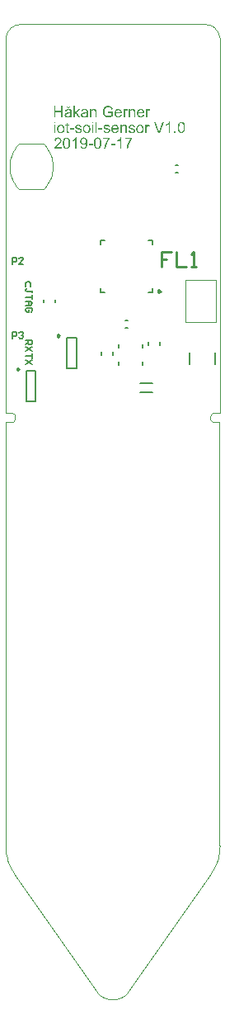
<source format=gto>
G04*
G04 #@! TF.GenerationSoftware,Altium Limited,Altium Designer,19.0.15 (446)*
G04*
G04 Layer_Color=65535*
%FSLAX25Y25*%
%MOIN*%
G70*
G01*
G75*
%ADD10C,0.00984*%
%ADD11C,0.00394*%
%ADD12C,0.00394*%
%ADD13C,0.00787*%
%ADD14C,0.00600*%
%ADD15C,0.01000*%
%ADD16C,0.00050*%
G36*
X44413Y344848D02*
X42709D01*
Y345399D01*
X44413D01*
Y344848D01*
D02*
G37*
G36*
X35354D02*
X33649D01*
Y345399D01*
X35354D01*
Y344848D01*
D02*
G37*
G36*
X31712Y347997D02*
X31744D01*
X31790Y347991D01*
X31900Y347971D01*
X32023Y347945D01*
X32159Y347900D01*
X32295Y347842D01*
X32431Y347764D01*
X32438D01*
X32444Y347751D01*
X32464Y347738D01*
X32489Y347719D01*
X32554Y347667D01*
X32639Y347595D01*
X32723Y347498D01*
X32820Y347381D01*
X32904Y347245D01*
X32982Y347090D01*
Y347083D01*
X32989Y347071D01*
X33001Y347045D01*
X33014Y347012D01*
X33027Y346967D01*
X33047Y346908D01*
X33060Y346844D01*
X33079Y346772D01*
X33099Y346688D01*
X33118Y346591D01*
X33131Y346487D01*
X33144Y346377D01*
X33157Y346254D01*
X33170Y346124D01*
X33176Y345982D01*
Y345833D01*
Y345826D01*
Y345794D01*
Y345749D01*
Y345690D01*
X33170Y345619D01*
Y345535D01*
X33163Y345438D01*
X33151Y345340D01*
X33131Y345120D01*
X33099Y344887D01*
X33053Y344666D01*
X33021Y344556D01*
X32989Y344459D01*
Y344453D01*
X32982Y344440D01*
X32969Y344414D01*
X32956Y344375D01*
X32937Y344336D01*
X32911Y344284D01*
X32846Y344174D01*
X32768Y344051D01*
X32677Y343921D01*
X32561Y343798D01*
X32431Y343688D01*
X32425D01*
X32412Y343675D01*
X32392Y343662D01*
X32366Y343649D01*
X32327Y343630D01*
X32289Y343604D01*
X32237Y343578D01*
X32185Y343558D01*
X32062Y343507D01*
X31913Y343461D01*
X31751Y343435D01*
X31569Y343422D01*
X31517D01*
X31485Y343429D01*
X31440D01*
X31388Y343435D01*
X31265Y343461D01*
X31129Y343494D01*
X30986Y343545D01*
X30844Y343617D01*
X30772Y343662D01*
X30707Y343714D01*
X30701Y343720D01*
X30695Y343727D01*
X30675Y343746D01*
X30656Y343766D01*
X30630Y343798D01*
X30597Y343837D01*
X30533Y343928D01*
X30468Y344044D01*
X30403Y344187D01*
X30351Y344349D01*
X30312Y344537D01*
X30844Y344582D01*
Y344576D01*
X30850Y344563D01*
Y344550D01*
X30857Y344524D01*
X30876Y344453D01*
X30902Y344375D01*
X30934Y344284D01*
X30980Y344193D01*
X31032Y344109D01*
X31096Y344038D01*
X31103Y344031D01*
X31129Y344012D01*
X31174Y343986D01*
X31226Y343960D01*
X31297Y343928D01*
X31381Y343902D01*
X31479Y343882D01*
X31582Y343876D01*
X31628D01*
X31673Y343882D01*
X31731Y343889D01*
X31803Y343902D01*
X31874Y343921D01*
X31952Y343947D01*
X32023Y343986D01*
X32029Y343992D01*
X32055Y344005D01*
X32094Y344031D01*
X32133Y344070D01*
X32185Y344116D01*
X32237Y344167D01*
X32289Y344226D01*
X32340Y344297D01*
X32347Y344303D01*
X32360Y344336D01*
X32386Y344381D01*
X32412Y344440D01*
X32444Y344517D01*
X32477Y344608D01*
X32509Y344712D01*
X32541Y344828D01*
Y344835D01*
X32548Y344841D01*
Y344861D01*
X32554Y344887D01*
X32567Y344952D01*
X32587Y345036D01*
X32600Y345139D01*
X32613Y345250D01*
X32619Y345373D01*
X32626Y345502D01*
Y345509D01*
Y345528D01*
Y345561D01*
Y345613D01*
X32619Y345600D01*
X32593Y345567D01*
X32554Y345522D01*
X32509Y345457D01*
X32444Y345392D01*
X32366Y345321D01*
X32276Y345250D01*
X32172Y345185D01*
X32159Y345178D01*
X32120Y345159D01*
X32062Y345133D01*
X31991Y345107D01*
X31893Y345075D01*
X31790Y345049D01*
X31673Y345029D01*
X31550Y345023D01*
X31498D01*
X31459Y345029D01*
X31407Y345036D01*
X31356Y345042D01*
X31291Y345055D01*
X31226Y345075D01*
X31077Y345120D01*
X30999Y345152D01*
X30921Y345191D01*
X30837Y345237D01*
X30759Y345295D01*
X30682Y345353D01*
X30610Y345425D01*
X30604Y345431D01*
X30591Y345444D01*
X30578Y345463D01*
X30552Y345496D01*
X30520Y345541D01*
X30487Y345587D01*
X30455Y345645D01*
X30422Y345710D01*
X30384Y345781D01*
X30351Y345859D01*
X30319Y345949D01*
X30286Y346040D01*
X30260Y346144D01*
X30247Y346254D01*
X30235Y346364D01*
X30228Y346487D01*
Y346494D01*
Y346520D01*
Y346552D01*
X30235Y346597D01*
X30241Y346656D01*
X30247Y346727D01*
X30260Y346798D01*
X30280Y346883D01*
X30325Y347051D01*
X30358Y347142D01*
X30397Y347239D01*
X30442Y347330D01*
X30500Y347414D01*
X30558Y347505D01*
X30630Y347582D01*
X30636Y347589D01*
X30649Y347602D01*
X30669Y347621D01*
X30701Y347647D01*
X30740Y347680D01*
X30792Y347719D01*
X30844Y347751D01*
X30908Y347796D01*
X30973Y347835D01*
X31051Y347867D01*
X31226Y347939D01*
X31317Y347965D01*
X31420Y347984D01*
X31524Y347997D01*
X31634Y348004D01*
X31679D01*
X31712Y347997D01*
D02*
G37*
G36*
X51288Y347492D02*
X51281Y347485D01*
X51269Y347472D01*
X51243Y347446D01*
X51217Y347407D01*
X51178Y347362D01*
X51126Y347310D01*
X51074Y347245D01*
X51016Y347168D01*
X50958Y347090D01*
X50886Y346999D01*
X50815Y346896D01*
X50744Y346792D01*
X50666Y346675D01*
X50588Y346552D01*
X50510Y346416D01*
X50433Y346280D01*
X50426Y346273D01*
X50413Y346248D01*
X50394Y346209D01*
X50361Y346150D01*
X50329Y346079D01*
X50290Y346001D01*
X50245Y345911D01*
X50199Y345807D01*
X50147Y345690D01*
X50089Y345574D01*
X50037Y345444D01*
X49986Y345308D01*
X49882Y345029D01*
X49785Y344731D01*
Y344725D01*
X49778Y344705D01*
X49772Y344673D01*
X49759Y344634D01*
X49746Y344582D01*
X49733Y344517D01*
X49713Y344446D01*
X49700Y344368D01*
X49681Y344278D01*
X49661Y344180D01*
X49629Y343973D01*
X49597Y343746D01*
X49577Y343500D01*
X49014D01*
Y343507D01*
Y343526D01*
Y343552D01*
X49020Y343591D01*
Y343643D01*
X49027Y343707D01*
X49033Y343779D01*
X49039Y343856D01*
X49052Y343947D01*
X49065Y344038D01*
X49085Y344148D01*
X49104Y344258D01*
X49124Y344375D01*
X49150Y344504D01*
X49214Y344770D01*
Y344777D01*
X49221Y344802D01*
X49234Y344841D01*
X49253Y344900D01*
X49273Y344965D01*
X49299Y345042D01*
X49325Y345133D01*
X49363Y345230D01*
X49402Y345340D01*
X49441Y345450D01*
X49538Y345697D01*
X49655Y345956D01*
X49785Y346215D01*
X49791Y346222D01*
X49804Y346248D01*
X49823Y346280D01*
X49849Y346332D01*
X49882Y346390D01*
X49927Y346461D01*
X49973Y346539D01*
X50024Y346623D01*
X50147Y346811D01*
X50277Y347006D01*
X50426Y347207D01*
X50582Y347394D01*
X48385D01*
Y347926D01*
X51288D01*
Y347492D01*
D02*
G37*
G36*
X46933Y343500D02*
X46383D01*
Y347006D01*
X46376Y346999D01*
X46344Y346973D01*
X46305Y346934D01*
X46240Y346889D01*
X46169Y346831D01*
X46078Y346766D01*
X45974Y346695D01*
X45858Y346623D01*
X45851D01*
X45845Y346617D01*
X45806Y346591D01*
X45741Y346559D01*
X45663Y346520D01*
X45573Y346474D01*
X45475Y346429D01*
X45378Y346384D01*
X45281Y346345D01*
Y346876D01*
X45287D01*
X45300Y346889D01*
X45326Y346896D01*
X45359Y346915D01*
X45398Y346934D01*
X45443Y346960D01*
X45553Y347025D01*
X45683Y347096D01*
X45812Y347187D01*
X45948Y347291D01*
X46085Y347401D01*
X46091Y347407D01*
X46097Y347414D01*
X46117Y347433D01*
X46143Y347453D01*
X46201Y347518D01*
X46279Y347595D01*
X46357Y347686D01*
X46441Y347790D01*
X46512Y347893D01*
X46577Y348004D01*
X46933D01*
Y343500D01*
D02*
G37*
G36*
X42229Y347492D02*
X42222Y347485D01*
X42210Y347472D01*
X42184Y347446D01*
X42158Y347407D01*
X42119Y347362D01*
X42067Y347310D01*
X42015Y347245D01*
X41957Y347168D01*
X41899Y347090D01*
X41827Y346999D01*
X41756Y346896D01*
X41685Y346792D01*
X41607Y346675D01*
X41529Y346552D01*
X41451Y346416D01*
X41374Y346280D01*
X41367Y346273D01*
X41354Y346248D01*
X41335Y346209D01*
X41302Y346150D01*
X41270Y346079D01*
X41231Y346001D01*
X41186Y345911D01*
X41140Y345807D01*
X41089Y345690D01*
X41030Y345574D01*
X40978Y345444D01*
X40927Y345308D01*
X40823Y345029D01*
X40726Y344731D01*
Y344725D01*
X40719Y344705D01*
X40713Y344673D01*
X40700Y344634D01*
X40687Y344582D01*
X40674Y344517D01*
X40654Y344446D01*
X40641Y344368D01*
X40622Y344278D01*
X40602Y344180D01*
X40570Y343973D01*
X40538Y343746D01*
X40518Y343500D01*
X39955D01*
Y343507D01*
Y343526D01*
Y343552D01*
X39961Y343591D01*
Y343643D01*
X39967Y343707D01*
X39974Y343779D01*
X39980Y343856D01*
X39993Y343947D01*
X40006Y344038D01*
X40026Y344148D01*
X40045Y344258D01*
X40065Y344375D01*
X40091Y344504D01*
X40155Y344770D01*
Y344777D01*
X40162Y344802D01*
X40175Y344841D01*
X40194Y344900D01*
X40214Y344965D01*
X40240Y345042D01*
X40266Y345133D01*
X40304Y345230D01*
X40343Y345340D01*
X40382Y345450D01*
X40479Y345697D01*
X40596Y345956D01*
X40726Y346215D01*
X40732Y346222D01*
X40745Y346248D01*
X40764Y346280D01*
X40790Y346332D01*
X40823Y346390D01*
X40868Y346461D01*
X40914Y346539D01*
X40965Y346623D01*
X41089Y346811D01*
X41218Y347006D01*
X41367Y347207D01*
X41523Y347394D01*
X39326D01*
Y347926D01*
X42229D01*
Y347492D01*
D02*
G37*
G36*
X28815Y343500D02*
X28265D01*
Y347006D01*
X28258Y346999D01*
X28226Y346973D01*
X28187Y346934D01*
X28122Y346889D01*
X28051Y346831D01*
X27960Y346766D01*
X27856Y346695D01*
X27740Y346623D01*
X27733D01*
X27727Y346617D01*
X27688Y346591D01*
X27623Y346559D01*
X27545Y346520D01*
X27455Y346474D01*
X27357Y346429D01*
X27260Y346384D01*
X27163Y346345D01*
Y346876D01*
X27169D01*
X27182Y346889D01*
X27208Y346896D01*
X27241Y346915D01*
X27280Y346934D01*
X27325Y346960D01*
X27435Y347025D01*
X27565Y347096D01*
X27694Y347187D01*
X27830Y347291D01*
X27966Y347401D01*
X27973Y347407D01*
X27979Y347414D01*
X27999Y347433D01*
X28025Y347453D01*
X28083Y347518D01*
X28161Y347595D01*
X28239Y347686D01*
X28323Y347790D01*
X28394Y347893D01*
X28459Y348004D01*
X28815D01*
Y343500D01*
D02*
G37*
G36*
X21363Y347997D02*
X21415Y347991D01*
X21480Y347984D01*
X21551Y347971D01*
X21623Y347958D01*
X21791Y347913D01*
X21960Y347848D01*
X22044Y347809D01*
X22128Y347764D01*
X22206Y347706D01*
X22277Y347641D01*
X22284Y347634D01*
X22297Y347628D01*
X22309Y347602D01*
X22335Y347576D01*
X22368Y347544D01*
X22400Y347498D01*
X22433Y347453D01*
X22471Y347394D01*
X22536Y347271D01*
X22601Y347116D01*
X22627Y347038D01*
X22640Y346947D01*
X22653Y346857D01*
X22659Y346759D01*
Y346746D01*
Y346714D01*
X22653Y346662D01*
X22646Y346591D01*
X22633Y346513D01*
X22607Y346423D01*
X22582Y346325D01*
X22543Y346228D01*
X22536Y346215D01*
X22523Y346183D01*
X22497Y346131D01*
X22458Y346060D01*
X22407Y345982D01*
X22342Y345885D01*
X22264Y345787D01*
X22173Y345677D01*
X22160Y345664D01*
X22128Y345625D01*
X22096Y345593D01*
X22063Y345561D01*
X22024Y345522D01*
X21972Y345470D01*
X21921Y345418D01*
X21856Y345360D01*
X21791Y345295D01*
X21713Y345224D01*
X21629Y345152D01*
X21538Y345068D01*
X21435Y344984D01*
X21331Y344893D01*
X21325Y344887D01*
X21312Y344874D01*
X21286Y344854D01*
X21253Y344828D01*
X21214Y344790D01*
X21169Y344751D01*
X21065Y344666D01*
X20955Y344569D01*
X20851Y344472D01*
X20761Y344388D01*
X20722Y344355D01*
X20689Y344323D01*
X20683Y344317D01*
X20663Y344297D01*
X20638Y344271D01*
X20605Y344232D01*
X20573Y344187D01*
X20534Y344142D01*
X20456Y344031D01*
X22666D01*
Y343500D01*
X19692D01*
Y343507D01*
Y343532D01*
Y343571D01*
X19698Y343623D01*
X19704Y343681D01*
X19717Y343746D01*
X19730Y343811D01*
X19756Y343882D01*
Y343889D01*
X19763Y343895D01*
X19776Y343934D01*
X19802Y343992D01*
X19841Y344070D01*
X19892Y344161D01*
X19957Y344265D01*
X20029Y344368D01*
X20119Y344479D01*
Y344485D01*
X20132Y344491D01*
X20165Y344530D01*
X20223Y344589D01*
X20307Y344673D01*
X20404Y344770D01*
X20527Y344887D01*
X20676Y345016D01*
X20839Y345152D01*
X20845Y345159D01*
X20871Y345178D01*
X20910Y345211D01*
X20955Y345250D01*
X21013Y345301D01*
X21085Y345360D01*
X21156Y345425D01*
X21240Y345496D01*
X21402Y345651D01*
X21564Y345807D01*
X21642Y345885D01*
X21713Y345962D01*
X21778Y346034D01*
X21830Y346105D01*
Y346111D01*
X21843Y346118D01*
X21856Y346137D01*
X21869Y346163D01*
X21914Y346235D01*
X21966Y346319D01*
X22011Y346423D01*
X22057Y346533D01*
X22083Y346656D01*
X22096Y346772D01*
Y346779D01*
Y346785D01*
X22089Y346824D01*
X22083Y346889D01*
X22063Y346960D01*
X22037Y347051D01*
X21992Y347142D01*
X21934Y347233D01*
X21856Y347323D01*
X21843Y347336D01*
X21811Y347362D01*
X21765Y347394D01*
X21694Y347440D01*
X21603Y347479D01*
X21499Y347518D01*
X21376Y347544D01*
X21240Y347550D01*
X21201D01*
X21175Y347544D01*
X21098Y347537D01*
X21007Y347518D01*
X20910Y347492D01*
X20800Y347446D01*
X20696Y347388D01*
X20599Y347310D01*
X20586Y347297D01*
X20560Y347265D01*
X20521Y347213D01*
X20482Y347135D01*
X20437Y347045D01*
X20398Y346928D01*
X20372Y346798D01*
X20359Y346649D01*
X19795Y346708D01*
Y346714D01*
X19802Y346733D01*
Y346766D01*
X19808Y346811D01*
X19821Y346863D01*
X19834Y346921D01*
X19853Y346993D01*
X19873Y347064D01*
X19925Y347219D01*
X20003Y347375D01*
X20048Y347453D01*
X20106Y347531D01*
X20165Y347602D01*
X20229Y347667D01*
X20236Y347673D01*
X20249Y347680D01*
X20268Y347699D01*
X20301Y347719D01*
X20339Y347744D01*
X20385Y347770D01*
X20437Y347803D01*
X20502Y347835D01*
X20573Y347867D01*
X20651Y347900D01*
X20735Y347926D01*
X20825Y347952D01*
X20923Y347971D01*
X21026Y347991D01*
X21137Y347997D01*
X21253Y348004D01*
X21318D01*
X21363Y347997D01*
D02*
G37*
G36*
X37395D02*
X37479Y347984D01*
X37576Y347965D01*
X37680Y347939D01*
X37790Y347906D01*
X37894Y347855D01*
X37900D01*
X37907Y347848D01*
X37939Y347829D01*
X37991Y347796D01*
X38056Y347751D01*
X38127Y347686D01*
X38205Y347615D01*
X38276Y347531D01*
X38347Y347433D01*
X38354Y347420D01*
X38380Y347388D01*
X38406Y347330D01*
X38451Y347245D01*
X38490Y347148D01*
X38542Y347038D01*
X38587Y346908D01*
X38626Y346766D01*
Y346759D01*
X38633Y346746D01*
X38639Y346727D01*
X38645Y346695D01*
X38652Y346656D01*
X38658Y346610D01*
X38671Y346552D01*
X38678Y346487D01*
X38691Y346416D01*
X38697Y346338D01*
X38704Y346248D01*
X38717Y346157D01*
X38723Y346053D01*
Y345949D01*
X38730Y345833D01*
Y345710D01*
Y345703D01*
Y345677D01*
Y345632D01*
Y345580D01*
X38723Y345509D01*
Y345431D01*
X38717Y345347D01*
X38710Y345256D01*
X38691Y345049D01*
X38658Y344835D01*
X38620Y344627D01*
X38594Y344530D01*
X38561Y344433D01*
Y344427D01*
X38555Y344414D01*
X38542Y344388D01*
X38529Y344355D01*
X38516Y344310D01*
X38490Y344265D01*
X38438Y344155D01*
X38373Y344038D01*
X38289Y343908D01*
X38192Y343792D01*
X38075Y343681D01*
X38069D01*
X38062Y343669D01*
X38043Y343655D01*
X38017Y343643D01*
X37985Y343623D01*
X37952Y343597D01*
X37855Y343552D01*
X37738Y343507D01*
X37602Y343461D01*
X37440Y343435D01*
X37265Y343422D01*
X37200D01*
X37155Y343429D01*
X37103Y343435D01*
X37038Y343448D01*
X36967Y343461D01*
X36889Y343481D01*
X36812Y343507D01*
X36727Y343532D01*
X36643Y343571D01*
X36559Y343617D01*
X36475Y343669D01*
X36391Y343733D01*
X36313Y343805D01*
X36241Y343882D01*
X36235Y343889D01*
X36222Y343908D01*
X36203Y343941D01*
X36170Y343992D01*
X36138Y344051D01*
X36105Y344129D01*
X36060Y344219D01*
X36021Y344323D01*
X35982Y344440D01*
X35943Y344576D01*
X35904Y344725D01*
X35872Y344893D01*
X35840Y345075D01*
X35820Y345269D01*
X35807Y345483D01*
X35801Y345710D01*
Y345716D01*
Y345742D01*
Y345787D01*
Y345839D01*
X35807Y345911D01*
Y345988D01*
X35814Y346073D01*
X35820Y346170D01*
X35840Y346371D01*
X35872Y346585D01*
X35911Y346798D01*
X35937Y346896D01*
X35963Y346993D01*
Y346999D01*
X35969Y347012D01*
X35982Y347038D01*
X35995Y347071D01*
X36008Y347116D01*
X36034Y347161D01*
X36086Y347271D01*
X36151Y347388D01*
X36235Y347511D01*
X36332Y347634D01*
X36449Y347738D01*
X36455D01*
X36462Y347751D01*
X36481Y347764D01*
X36507Y347777D01*
X36540Y347803D01*
X36578Y347822D01*
X36676Y347874D01*
X36792Y347919D01*
X36928Y347965D01*
X37090Y347991D01*
X37265Y348004D01*
X37324D01*
X37395Y347997D01*
D02*
G37*
G36*
X24850D02*
X24934Y347984D01*
X25031Y347965D01*
X25135Y347939D01*
X25245Y347906D01*
X25349Y347855D01*
X25355D01*
X25361Y347848D01*
X25394Y347829D01*
X25446Y347796D01*
X25511Y347751D01*
X25582Y347686D01*
X25660Y347615D01*
X25731Y347531D01*
X25802Y347433D01*
X25809Y347420D01*
X25835Y347388D01*
X25861Y347330D01*
X25906Y347245D01*
X25945Y347148D01*
X25997Y347038D01*
X26042Y346908D01*
X26081Y346766D01*
Y346759D01*
X26087Y346746D01*
X26094Y346727D01*
X26100Y346695D01*
X26107Y346656D01*
X26113Y346610D01*
X26126Y346552D01*
X26133Y346487D01*
X26146Y346416D01*
X26152Y346338D01*
X26159Y346248D01*
X26171Y346157D01*
X26178Y346053D01*
Y345949D01*
X26184Y345833D01*
Y345710D01*
Y345703D01*
Y345677D01*
Y345632D01*
Y345580D01*
X26178Y345509D01*
Y345431D01*
X26171Y345347D01*
X26165Y345256D01*
X26146Y345049D01*
X26113Y344835D01*
X26074Y344627D01*
X26048Y344530D01*
X26016Y344433D01*
Y344427D01*
X26010Y344414D01*
X25997Y344388D01*
X25984Y344355D01*
X25971Y344310D01*
X25945Y344265D01*
X25893Y344155D01*
X25828Y344038D01*
X25744Y343908D01*
X25647Y343792D01*
X25530Y343681D01*
X25523D01*
X25517Y343669D01*
X25498Y343655D01*
X25472Y343643D01*
X25439Y343623D01*
X25407Y343597D01*
X25310Y343552D01*
X25193Y343507D01*
X25057Y343461D01*
X24895Y343435D01*
X24720Y343422D01*
X24655D01*
X24610Y343429D01*
X24558Y343435D01*
X24493Y343448D01*
X24422Y343461D01*
X24344Y343481D01*
X24266Y343507D01*
X24182Y343532D01*
X24098Y343571D01*
X24014Y343617D01*
X23929Y343669D01*
X23845Y343733D01*
X23767Y343805D01*
X23696Y343882D01*
X23690Y343889D01*
X23677Y343908D01*
X23657Y343941D01*
X23625Y343992D01*
X23593Y344051D01*
X23560Y344129D01*
X23515Y344219D01*
X23476Y344323D01*
X23437Y344440D01*
X23398Y344576D01*
X23359Y344725D01*
X23327Y344893D01*
X23294Y345075D01*
X23275Y345269D01*
X23262Y345483D01*
X23256Y345710D01*
Y345716D01*
Y345742D01*
Y345787D01*
Y345839D01*
X23262Y345911D01*
Y345988D01*
X23268Y346073D01*
X23275Y346170D01*
X23294Y346371D01*
X23327Y346585D01*
X23366Y346798D01*
X23392Y346896D01*
X23417Y346993D01*
Y346999D01*
X23424Y347012D01*
X23437Y347038D01*
X23450Y347071D01*
X23463Y347116D01*
X23489Y347161D01*
X23541Y347271D01*
X23605Y347388D01*
X23690Y347511D01*
X23787Y347634D01*
X23903Y347738D01*
X23910D01*
X23916Y347751D01*
X23936Y347764D01*
X23962Y347777D01*
X23994Y347803D01*
X24033Y347822D01*
X24130Y347874D01*
X24247Y347919D01*
X24383Y347965D01*
X24545Y347991D01*
X24720Y348004D01*
X24778D01*
X24850Y347997D01*
D02*
G37*
G36*
X35568Y353706D02*
X35017D01*
Y354334D01*
X35568D01*
Y353706D01*
D02*
G37*
G36*
X20236D02*
X19685D01*
Y354334D01*
X20236D01*
Y353706D01*
D02*
G37*
G36*
X48139Y353168D02*
X48210Y353161D01*
X48294Y353148D01*
X48385Y353129D01*
X48482Y353103D01*
X48573Y353064D01*
X48586Y353058D01*
X48612Y353045D01*
X48657Y353025D01*
X48709Y352993D01*
X48774Y352954D01*
X48832Y352902D01*
X48890Y352850D01*
X48942Y352785D01*
X48949Y352779D01*
X48962Y352753D01*
X48981Y352721D01*
X49014Y352675D01*
X49039Y352610D01*
X49065Y352546D01*
X49098Y352468D01*
X49117Y352384D01*
Y352377D01*
X49124Y352351D01*
X49130Y352312D01*
X49137Y352261D01*
Y352183D01*
X49143Y352092D01*
X49150Y351982D01*
Y351846D01*
Y349850D01*
X48599D01*
Y351820D01*
Y351826D01*
Y351833D01*
Y351878D01*
Y351937D01*
X48592Y352008D01*
X48586Y352092D01*
X48573Y352176D01*
X48553Y352254D01*
X48534Y352325D01*
Y352332D01*
X48521Y352351D01*
X48502Y352384D01*
X48482Y352423D01*
X48450Y352461D01*
X48411Y352507D01*
X48359Y352552D01*
X48301Y352591D01*
X48294Y352597D01*
X48275Y352610D01*
X48236Y352623D01*
X48191Y352643D01*
X48139Y352662D01*
X48074Y352682D01*
X47996Y352688D01*
X47918Y352695D01*
X47886D01*
X47860Y352688D01*
X47795Y352682D01*
X47711Y352669D01*
X47620Y352636D01*
X47517Y352597D01*
X47413Y352546D01*
X47316Y352468D01*
X47303Y352455D01*
X47277Y352423D01*
X47257Y352397D01*
X47238Y352364D01*
X47212Y352325D01*
X47193Y352280D01*
X47167Y352228D01*
X47141Y352163D01*
X47121Y352092D01*
X47102Y352014D01*
X47089Y351930D01*
X47076Y351839D01*
X47063Y351729D01*
Y351619D01*
Y349850D01*
X46512D01*
Y353103D01*
X47005D01*
Y352636D01*
X47011Y352643D01*
X47024Y352662D01*
X47044Y352688D01*
X47069Y352721D01*
X47108Y352760D01*
X47154Y352805D01*
X47206Y352857D01*
X47270Y352909D01*
X47335Y352954D01*
X47413Y353006D01*
X47497Y353051D01*
X47588Y353090D01*
X47692Y353122D01*
X47795Y353148D01*
X47912Y353168D01*
X48035Y353174D01*
X48087D01*
X48139Y353168D01*
D02*
G37*
G36*
X57917D02*
X57988Y353155D01*
X58073Y353129D01*
X58163Y353097D01*
X58267Y353051D01*
X58377Y352993D01*
X58176Y352487D01*
X58170Y352494D01*
X58144Y352507D01*
X58105Y352526D01*
X58053Y352546D01*
X57995Y352565D01*
X57924Y352585D01*
X57852Y352597D01*
X57781Y352604D01*
X57749D01*
X57716Y352597D01*
X57671Y352591D01*
X57625Y352578D01*
X57567Y352559D01*
X57509Y352533D01*
X57457Y352494D01*
X57450Y352487D01*
X57431Y352474D01*
X57412Y352449D01*
X57379Y352416D01*
X57347Y352371D01*
X57314Y352319D01*
X57282Y352261D01*
X57256Y352189D01*
X57250Y352176D01*
X57243Y352137D01*
X57230Y352079D01*
X57211Y352001D01*
X57191Y351904D01*
X57178Y351794D01*
X57172Y351677D01*
X57165Y351548D01*
Y349850D01*
X56615D01*
Y353103D01*
X57113D01*
Y352610D01*
X57120Y352617D01*
X57146Y352662D01*
X57178Y352721D01*
X57230Y352792D01*
X57282Y352863D01*
X57340Y352941D01*
X57399Y353006D01*
X57457Y353058D01*
X57463Y353064D01*
X57483Y353077D01*
X57522Y353097D01*
X57561Y353116D01*
X57613Y353135D01*
X57677Y353155D01*
X57742Y353168D01*
X57813Y353174D01*
X57859D01*
X57917Y353168D01*
D02*
G37*
G36*
X51197D02*
X51294Y353161D01*
X51398Y353148D01*
X51508Y353122D01*
X51625Y353097D01*
X51735Y353058D01*
X51742D01*
X51748Y353051D01*
X51780Y353038D01*
X51832Y353012D01*
X51897Y352980D01*
X51968Y352935D01*
X52040Y352883D01*
X52105Y352824D01*
X52163Y352760D01*
X52169Y352753D01*
X52182Y352727D01*
X52208Y352682D01*
X52241Y352630D01*
X52273Y352552D01*
X52305Y352468D01*
X52331Y352371D01*
X52357Y352261D01*
X51819Y352189D01*
Y352202D01*
X51813Y352228D01*
X51800Y352274D01*
X51780Y352332D01*
X51748Y352390D01*
X51709Y352455D01*
X51664Y352520D01*
X51599Y352578D01*
X51593Y352585D01*
X51567Y352597D01*
X51528Y352623D01*
X51469Y352649D01*
X51405Y352675D01*
X51320Y352701D01*
X51217Y352714D01*
X51107Y352721D01*
X51042D01*
X50977Y352714D01*
X50893Y352708D01*
X50809Y352688D01*
X50718Y352669D01*
X50634Y352636D01*
X50562Y352591D01*
X50556Y352585D01*
X50536Y352572D01*
X50510Y352546D01*
X50485Y352507D01*
X50452Y352468D01*
X50426Y352416D01*
X50407Y352358D01*
X50400Y352299D01*
Y352293D01*
Y352280D01*
X50407Y352261D01*
Y352235D01*
X50426Y352170D01*
X50465Y352105D01*
X50472Y352099D01*
X50478Y352092D01*
X50491Y352073D01*
X50517Y352053D01*
X50543Y352034D01*
X50582Y352008D01*
X50627Y351988D01*
X50679Y351962D01*
X50685D01*
X50698Y351956D01*
X50724Y351950D01*
X50770Y351930D01*
X50834Y351911D01*
X50919Y351891D01*
X50971Y351872D01*
X51029Y351859D01*
X51094Y351839D01*
X51165Y351820D01*
X51171D01*
X51191Y351813D01*
X51223Y351807D01*
X51262Y351794D01*
X51307Y351781D01*
X51366Y351768D01*
X51489Y351729D01*
X51625Y351690D01*
X51761Y351645D01*
X51884Y351600D01*
X51936Y351580D01*
X51981Y351561D01*
X51994Y351554D01*
X52020Y351541D01*
X52059Y351522D01*
X52117Y351489D01*
X52176Y351451D01*
X52234Y351399D01*
X52292Y351340D01*
X52344Y351276D01*
X52351Y351269D01*
X52364Y351243D01*
X52390Y351204D01*
X52416Y351146D01*
X52435Y351075D01*
X52461Y350997D01*
X52474Y350906D01*
X52480Y350803D01*
Y350790D01*
Y350757D01*
X52474Y350705D01*
X52461Y350634D01*
X52441Y350556D01*
X52409Y350472D01*
X52370Y350375D01*
X52318Y350284D01*
X52312Y350271D01*
X52286Y350245D01*
X52254Y350200D01*
X52202Y350148D01*
X52130Y350090D01*
X52053Y350025D01*
X51962Y349967D01*
X51852Y349908D01*
X51845D01*
X51839Y349902D01*
X51800Y349889D01*
X51735Y349869D01*
X51651Y349844D01*
X51547Y349818D01*
X51431Y349798D01*
X51307Y349785D01*
X51165Y349779D01*
X51107D01*
X51061Y349785D01*
X51009D01*
X50945Y349792D01*
X50880Y349798D01*
X50809Y349811D01*
X50653Y349844D01*
X50491Y349889D01*
X50335Y349954D01*
X50264Y349993D01*
X50199Y350038D01*
X50193Y350044D01*
X50186Y350051D01*
X50147Y350090D01*
X50089Y350148D01*
X50024Y350239D01*
X49953Y350349D01*
X49882Y350479D01*
X49823Y350641D01*
X49778Y350822D01*
X50323Y350906D01*
Y350900D01*
Y350893D01*
X50335Y350854D01*
X50348Y350790D01*
X50374Y350718D01*
X50407Y350641D01*
X50446Y350556D01*
X50504Y350472D01*
X50575Y350401D01*
X50588Y350394D01*
X50614Y350375D01*
X50666Y350349D01*
X50731Y350317D01*
X50815Y350284D01*
X50912Y350258D01*
X51029Y350239D01*
X51165Y350232D01*
X51230D01*
X51294Y350239D01*
X51379Y350252D01*
X51469Y350271D01*
X51567Y350297D01*
X51651Y350329D01*
X51729Y350381D01*
X51735Y350388D01*
X51761Y350407D01*
X51787Y350440D01*
X51826Y350485D01*
X51858Y350537D01*
X51891Y350602D01*
X51910Y350666D01*
X51917Y350744D01*
Y350751D01*
Y350777D01*
X51910Y350809D01*
X51897Y350854D01*
X51878Y350900D01*
X51845Y350945D01*
X51806Y350997D01*
X51748Y351036D01*
X51742Y351042D01*
X51722Y351049D01*
X51690Y351068D01*
X51638Y351088D01*
X51560Y351114D01*
X51515Y351133D01*
X51463Y351146D01*
X51405Y351165D01*
X51340Y351185D01*
X51269Y351204D01*
X51184Y351224D01*
X51178D01*
X51158Y351230D01*
X51126Y351237D01*
X51087Y351250D01*
X51035Y351263D01*
X50977Y351282D01*
X50854Y351314D01*
X50711Y351360D01*
X50575Y351399D01*
X50446Y351444D01*
X50387Y351470D01*
X50342Y351489D01*
X50329Y351496D01*
X50303Y351509D01*
X50264Y351535D01*
X50212Y351567D01*
X50154Y351613D01*
X50096Y351664D01*
X50037Y351723D01*
X49986Y351794D01*
X49979Y351800D01*
X49966Y351826D01*
X49947Y351872D01*
X49927Y351924D01*
X49908Y351988D01*
X49888Y352066D01*
X49875Y352144D01*
X49869Y352235D01*
Y352248D01*
Y352274D01*
X49875Y352312D01*
X49882Y352371D01*
X49895Y352429D01*
X49908Y352500D01*
X49934Y352565D01*
X49966Y352636D01*
X49973Y352643D01*
X49986Y352669D01*
X50005Y352701D01*
X50037Y352747D01*
X50076Y352792D01*
X50122Y352850D01*
X50173Y352902D01*
X50238Y352947D01*
X50245Y352954D01*
X50264Y352960D01*
X50290Y352980D01*
X50329Y352999D01*
X50381Y353025D01*
X50439Y353051D01*
X50510Y353077D01*
X50588Y353103D01*
X50601Y353109D01*
X50627Y353116D01*
X50672Y353129D01*
X50731Y353142D01*
X50802Y353155D01*
X50880Y353161D01*
X50971Y353174D01*
X51126D01*
X51197Y353168D01*
D02*
G37*
G36*
X41089D02*
X41186Y353161D01*
X41289Y353148D01*
X41399Y353122D01*
X41516Y353097D01*
X41626Y353058D01*
X41633D01*
X41639Y353051D01*
X41672Y353038D01*
X41723Y353012D01*
X41788Y352980D01*
X41860Y352935D01*
X41931Y352883D01*
X41996Y352824D01*
X42054Y352760D01*
X42061Y352753D01*
X42073Y352727D01*
X42099Y352682D01*
X42132Y352630D01*
X42164Y352552D01*
X42197Y352468D01*
X42222Y352371D01*
X42248Y352261D01*
X41711Y352189D01*
Y352202D01*
X41704Y352228D01*
X41691Y352274D01*
X41672Y352332D01*
X41639Y352390D01*
X41600Y352455D01*
X41555Y352520D01*
X41490Y352578D01*
X41484Y352585D01*
X41458Y352597D01*
X41419Y352623D01*
X41361Y352649D01*
X41296Y352675D01*
X41212Y352701D01*
X41108Y352714D01*
X40998Y352721D01*
X40933D01*
X40868Y352714D01*
X40784Y352708D01*
X40700Y352688D01*
X40609Y352669D01*
X40525Y352636D01*
X40453Y352591D01*
X40447Y352585D01*
X40428Y352572D01*
X40402Y352546D01*
X40376Y352507D01*
X40343Y352468D01*
X40317Y352416D01*
X40298Y352358D01*
X40291Y352299D01*
Y352293D01*
Y352280D01*
X40298Y352261D01*
Y352235D01*
X40317Y352170D01*
X40356Y352105D01*
X40363Y352099D01*
X40369Y352092D01*
X40382Y352073D01*
X40408Y352053D01*
X40434Y352034D01*
X40473Y352008D01*
X40518Y351988D01*
X40570Y351962D01*
X40577D01*
X40589Y351956D01*
X40615Y351950D01*
X40661Y351930D01*
X40726Y351911D01*
X40810Y351891D01*
X40862Y351872D01*
X40920Y351859D01*
X40985Y351839D01*
X41056Y351820D01*
X41063D01*
X41082Y351813D01*
X41114Y351807D01*
X41153Y351794D01*
X41199Y351781D01*
X41257Y351768D01*
X41380Y351729D01*
X41516Y351690D01*
X41652Y351645D01*
X41775Y351600D01*
X41827Y351580D01*
X41873Y351561D01*
X41886Y351554D01*
X41911Y351541D01*
X41950Y351522D01*
X42009Y351489D01*
X42067Y351451D01*
X42125Y351399D01*
X42184Y351340D01*
X42235Y351276D01*
X42242Y351269D01*
X42255Y351243D01*
X42281Y351204D01*
X42307Y351146D01*
X42326Y351075D01*
X42352Y350997D01*
X42365Y350906D01*
X42371Y350803D01*
Y350790D01*
Y350757D01*
X42365Y350705D01*
X42352Y350634D01*
X42333Y350556D01*
X42300Y350472D01*
X42261Y350375D01*
X42210Y350284D01*
X42203Y350271D01*
X42177Y350245D01*
X42145Y350200D01*
X42093Y350148D01*
X42022Y350090D01*
X41944Y350025D01*
X41853Y349967D01*
X41743Y349908D01*
X41737D01*
X41730Y349902D01*
X41691Y349889D01*
X41626Y349869D01*
X41542Y349844D01*
X41438Y349818D01*
X41322Y349798D01*
X41199Y349785D01*
X41056Y349779D01*
X40998D01*
X40952Y349785D01*
X40901D01*
X40836Y349792D01*
X40771Y349798D01*
X40700Y349811D01*
X40544Y349844D01*
X40382Y349889D01*
X40227Y349954D01*
X40155Y349993D01*
X40091Y350038D01*
X40084Y350044D01*
X40078Y350051D01*
X40039Y350090D01*
X39980Y350148D01*
X39916Y350239D01*
X39844Y350349D01*
X39773Y350479D01*
X39715Y350641D01*
X39669Y350822D01*
X40214Y350906D01*
Y350900D01*
Y350893D01*
X40227Y350854D01*
X40240Y350790D01*
X40266Y350718D01*
X40298Y350641D01*
X40337Y350556D01*
X40395Y350472D01*
X40466Y350401D01*
X40479Y350394D01*
X40505Y350375D01*
X40557Y350349D01*
X40622Y350317D01*
X40706Y350284D01*
X40803Y350258D01*
X40920Y350239D01*
X41056Y350232D01*
X41121D01*
X41186Y350239D01*
X41270Y350252D01*
X41361Y350271D01*
X41458Y350297D01*
X41542Y350329D01*
X41620Y350381D01*
X41626Y350388D01*
X41652Y350407D01*
X41678Y350440D01*
X41717Y350485D01*
X41749Y350537D01*
X41782Y350602D01*
X41801Y350666D01*
X41808Y350744D01*
Y350751D01*
Y350777D01*
X41801Y350809D01*
X41788Y350854D01*
X41769Y350900D01*
X41737Y350945D01*
X41698Y350997D01*
X41639Y351036D01*
X41633Y351042D01*
X41613Y351049D01*
X41581Y351068D01*
X41529Y351088D01*
X41451Y351114D01*
X41406Y351133D01*
X41354Y351146D01*
X41296Y351165D01*
X41231Y351185D01*
X41160Y351204D01*
X41076Y351224D01*
X41069D01*
X41050Y351230D01*
X41017Y351237D01*
X40978Y351250D01*
X40927Y351263D01*
X40868Y351282D01*
X40745Y351314D01*
X40602Y351360D01*
X40466Y351399D01*
X40337Y351444D01*
X40279Y351470D01*
X40233Y351489D01*
X40220Y351496D01*
X40194Y351509D01*
X40155Y351535D01*
X40104Y351567D01*
X40045Y351613D01*
X39987Y351664D01*
X39929Y351723D01*
X39877Y351794D01*
X39870Y351800D01*
X39857Y351826D01*
X39838Y351872D01*
X39818Y351924D01*
X39799Y351988D01*
X39779Y352066D01*
X39767Y352144D01*
X39760Y352235D01*
Y352248D01*
Y352274D01*
X39767Y352312D01*
X39773Y352371D01*
X39786Y352429D01*
X39799Y352500D01*
X39825Y352565D01*
X39857Y352636D01*
X39864Y352643D01*
X39877Y352669D01*
X39896Y352701D01*
X39929Y352747D01*
X39967Y352792D01*
X40013Y352850D01*
X40065Y352902D01*
X40129Y352947D01*
X40136Y352954D01*
X40155Y352960D01*
X40181Y352980D01*
X40220Y352999D01*
X40272Y353025D01*
X40330Y353051D01*
X40402Y353077D01*
X40479Y353103D01*
X40492Y353109D01*
X40518Y353116D01*
X40564Y353129D01*
X40622Y353142D01*
X40693Y353155D01*
X40771Y353161D01*
X40862Y353174D01*
X41017D01*
X41089Y353168D01*
D02*
G37*
G36*
X29593D02*
X29690Y353161D01*
X29794Y353148D01*
X29904Y353122D01*
X30021Y353097D01*
X30131Y353058D01*
X30137D01*
X30144Y353051D01*
X30176Y353038D01*
X30228Y353012D01*
X30293Y352980D01*
X30364Y352935D01*
X30435Y352883D01*
X30500Y352824D01*
X30558Y352760D01*
X30565Y352753D01*
X30578Y352727D01*
X30604Y352682D01*
X30636Y352630D01*
X30669Y352552D01*
X30701Y352468D01*
X30727Y352371D01*
X30753Y352261D01*
X30215Y352189D01*
Y352202D01*
X30209Y352228D01*
X30196Y352274D01*
X30176Y352332D01*
X30144Y352390D01*
X30105Y352455D01*
X30059Y352520D01*
X29995Y352578D01*
X29988Y352585D01*
X29962Y352597D01*
X29923Y352623D01*
X29865Y352649D01*
X29800Y352675D01*
X29716Y352701D01*
X29612Y352714D01*
X29502Y352721D01*
X29437D01*
X29373Y352714D01*
X29288Y352708D01*
X29204Y352688D01*
X29113Y352669D01*
X29029Y352636D01*
X28958Y352591D01*
X28951Y352585D01*
X28932Y352572D01*
X28906Y352546D01*
X28880Y352507D01*
X28848Y352468D01*
X28822Y352416D01*
X28802Y352358D01*
X28796Y352299D01*
Y352293D01*
Y352280D01*
X28802Y352261D01*
Y352235D01*
X28822Y352170D01*
X28861Y352105D01*
X28867Y352099D01*
X28874Y352092D01*
X28887Y352073D01*
X28913Y352053D01*
X28938Y352034D01*
X28977Y352008D01*
X29023Y351988D01*
X29075Y351962D01*
X29081D01*
X29094Y351956D01*
X29120Y351950D01*
X29165Y351930D01*
X29230Y351911D01*
X29314Y351891D01*
X29366Y351872D01*
X29425Y351859D01*
X29489Y351839D01*
X29561Y351820D01*
X29567D01*
X29586Y351813D01*
X29619Y351807D01*
X29658Y351794D01*
X29703Y351781D01*
X29761Y351768D01*
X29885Y351729D01*
X30021Y351690D01*
X30157Y351645D01*
X30280Y351600D01*
X30332Y351580D01*
X30377Y351561D01*
X30390Y351554D01*
X30416Y351541D01*
X30455Y351522D01*
X30513Y351489D01*
X30571Y351451D01*
X30630Y351399D01*
X30688Y351340D01*
X30740Y351276D01*
X30746Y351269D01*
X30759Y351243D01*
X30785Y351204D01*
X30811Y351146D01*
X30831Y351075D01*
X30857Y350997D01*
X30869Y350906D01*
X30876Y350803D01*
Y350790D01*
Y350757D01*
X30869Y350705D01*
X30857Y350634D01*
X30837Y350556D01*
X30805Y350472D01*
X30766Y350375D01*
X30714Y350284D01*
X30707Y350271D01*
X30682Y350245D01*
X30649Y350200D01*
X30597Y350148D01*
X30526Y350090D01*
X30448Y350025D01*
X30358Y349967D01*
X30247Y349908D01*
X30241D01*
X30235Y349902D01*
X30196Y349889D01*
X30131Y349869D01*
X30047Y349844D01*
X29943Y349818D01*
X29826Y349798D01*
X29703Y349785D01*
X29561Y349779D01*
X29502D01*
X29457Y349785D01*
X29405D01*
X29340Y349792D01*
X29275Y349798D01*
X29204Y349811D01*
X29049Y349844D01*
X28887Y349889D01*
X28731Y349954D01*
X28660Y349993D01*
X28595Y350038D01*
X28589Y350044D01*
X28582Y350051D01*
X28543Y350090D01*
X28485Y350148D01*
X28420Y350239D01*
X28349Y350349D01*
X28278Y350479D01*
X28219Y350641D01*
X28174Y350822D01*
X28718Y350906D01*
Y350900D01*
Y350893D01*
X28731Y350854D01*
X28744Y350790D01*
X28770Y350718D01*
X28802Y350641D01*
X28841Y350556D01*
X28900Y350472D01*
X28971Y350401D01*
X28984Y350394D01*
X29010Y350375D01*
X29062Y350349D01*
X29126Y350317D01*
X29211Y350284D01*
X29308Y350258D01*
X29425Y350239D01*
X29561Y350232D01*
X29625D01*
X29690Y350239D01*
X29774Y350252D01*
X29865Y350271D01*
X29962Y350297D01*
X30047Y350329D01*
X30124Y350381D01*
X30131Y350388D01*
X30157Y350407D01*
X30183Y350440D01*
X30222Y350485D01*
X30254Y350537D01*
X30286Y350602D01*
X30306Y350666D01*
X30312Y350744D01*
Y350751D01*
Y350777D01*
X30306Y350809D01*
X30293Y350854D01*
X30273Y350900D01*
X30241Y350945D01*
X30202Y350997D01*
X30144Y351036D01*
X30137Y351042D01*
X30118Y351049D01*
X30085Y351068D01*
X30034Y351088D01*
X29956Y351114D01*
X29910Y351133D01*
X29859Y351146D01*
X29800Y351165D01*
X29735Y351185D01*
X29664Y351204D01*
X29580Y351224D01*
X29574D01*
X29554Y351230D01*
X29522Y351237D01*
X29483Y351250D01*
X29431Y351263D01*
X29373Y351282D01*
X29250Y351314D01*
X29107Y351360D01*
X28971Y351399D01*
X28841Y351444D01*
X28783Y351470D01*
X28738Y351489D01*
X28725Y351496D01*
X28699Y351509D01*
X28660Y351535D01*
X28608Y351567D01*
X28550Y351613D01*
X28491Y351664D01*
X28433Y351723D01*
X28381Y351794D01*
X28375Y351800D01*
X28362Y351826D01*
X28342Y351872D01*
X28323Y351924D01*
X28303Y351988D01*
X28284Y352066D01*
X28271Y352144D01*
X28265Y352235D01*
Y352248D01*
Y352274D01*
X28271Y352312D01*
X28278Y352371D01*
X28291Y352429D01*
X28303Y352500D01*
X28329Y352565D01*
X28362Y352636D01*
X28368Y352643D01*
X28381Y352669D01*
X28401Y352701D01*
X28433Y352747D01*
X28472Y352792D01*
X28517Y352850D01*
X28569Y352902D01*
X28634Y352947D01*
X28640Y352954D01*
X28660Y352960D01*
X28686Y352980D01*
X28725Y352999D01*
X28776Y353025D01*
X28835Y353051D01*
X28906Y353077D01*
X28984Y353103D01*
X28997Y353109D01*
X29023Y353116D01*
X29068Y353129D01*
X29126Y353142D01*
X29198Y353155D01*
X29275Y353161D01*
X29366Y353174D01*
X29522D01*
X29593Y353168D01*
D02*
G37*
G36*
X39287Y351198D02*
X37583D01*
Y351749D01*
X39287D01*
Y351198D01*
D02*
G37*
G36*
X27792D02*
X26087D01*
Y351749D01*
X27792D01*
Y351198D01*
D02*
G37*
G36*
X62414Y349850D02*
X61792D01*
X60055Y354334D01*
X60703D01*
X61870Y351075D01*
Y351068D01*
X61876Y351055D01*
X61883Y351036D01*
X61896Y351010D01*
X61902Y350971D01*
X61915Y350932D01*
X61948Y350835D01*
X61987Y350725D01*
X62025Y350602D01*
X62103Y350342D01*
Y350349D01*
X62110Y350362D01*
X62116Y350381D01*
X62123Y350407D01*
X62142Y350479D01*
X62174Y350576D01*
X62207Y350686D01*
X62246Y350809D01*
X62291Y350939D01*
X62343Y351075D01*
X63561Y354334D01*
X64164D01*
X62414Y349850D01*
D02*
G37*
G36*
X68901D02*
X68272D01*
Y350479D01*
X68901D01*
Y349850D01*
D02*
G37*
G36*
X66548D02*
X65998D01*
Y353356D01*
X65991Y353349D01*
X65959Y353323D01*
X65920Y353284D01*
X65855Y353239D01*
X65784Y353181D01*
X65693Y353116D01*
X65589Y353045D01*
X65473Y352973D01*
X65466D01*
X65460Y352967D01*
X65421Y352941D01*
X65356Y352909D01*
X65278Y352870D01*
X65188Y352824D01*
X65090Y352779D01*
X64993Y352734D01*
X64896Y352695D01*
Y353226D01*
X64903D01*
X64915Y353239D01*
X64941Y353245D01*
X64974Y353265D01*
X65013Y353284D01*
X65058Y353310D01*
X65168Y353375D01*
X65298Y353446D01*
X65427Y353537D01*
X65563Y353641D01*
X65699Y353751D01*
X65706Y353757D01*
X65712Y353764D01*
X65732Y353783D01*
X65758Y353803D01*
X65816Y353868D01*
X65894Y353945D01*
X65972Y354036D01*
X66056Y354140D01*
X66127Y354243D01*
X66192Y354354D01*
X66548D01*
Y349850D01*
D02*
G37*
G36*
X36948D02*
X36397D01*
Y354334D01*
X36948D01*
Y349850D01*
D02*
G37*
G36*
X35568D02*
X35017D01*
Y353103D01*
X35568D01*
Y349850D01*
D02*
G37*
G36*
X20236D02*
X19685D01*
Y353103D01*
X20236D01*
Y349850D01*
D02*
G37*
G36*
X25206Y353103D02*
X25763D01*
Y352675D01*
X25206D01*
Y350764D01*
Y350751D01*
Y350725D01*
Y350686D01*
X25212Y350641D01*
X25219Y350537D01*
X25225Y350491D01*
X25232Y350459D01*
X25238Y350446D01*
X25258Y350420D01*
X25284Y350388D01*
X25329Y350355D01*
X25342Y350349D01*
X25374Y350336D01*
X25433Y350323D01*
X25517Y350317D01*
X25582D01*
X25614Y350323D01*
X25660D01*
X25711Y350329D01*
X25763Y350336D01*
X25835Y349850D01*
X25822D01*
X25796Y349844D01*
X25750Y349837D01*
X25692Y349831D01*
X25627Y349818D01*
X25556Y349811D01*
X25413Y349805D01*
X25361D01*
X25310Y349811D01*
X25245Y349818D01*
X25167Y349824D01*
X25089Y349844D01*
X25018Y349863D01*
X24947Y349895D01*
X24940Y349902D01*
X24921Y349915D01*
X24895Y349934D01*
X24856Y349967D01*
X24824Y349999D01*
X24785Y350044D01*
X24746Y350090D01*
X24720Y350148D01*
Y350155D01*
X24707Y350181D01*
X24701Y350226D01*
X24688Y350291D01*
X24675Y350375D01*
X24668Y350427D01*
Y350485D01*
X24662Y350556D01*
X24655Y350628D01*
Y350705D01*
Y350796D01*
Y352675D01*
X24247D01*
Y353103D01*
X24655D01*
Y353906D01*
X25206Y354237D01*
Y353103D01*
D02*
G37*
G36*
X54560Y353168D02*
X54619Y353161D01*
X54684Y353148D01*
X54755Y353135D01*
X54839Y353122D01*
X55014Y353064D01*
X55105Y353032D01*
X55195Y352986D01*
X55286Y352941D01*
X55377Y352876D01*
X55461Y352811D01*
X55545Y352734D01*
X55552Y352727D01*
X55565Y352714D01*
X55584Y352688D01*
X55610Y352656D01*
X55643Y352610D01*
X55681Y352552D01*
X55720Y352487D01*
X55759Y352416D01*
X55798Y352338D01*
X55837Y352241D01*
X55876Y352144D01*
X55908Y352034D01*
X55934Y351917D01*
X55954Y351794D01*
X55967Y351664D01*
X55973Y351522D01*
Y351515D01*
Y351496D01*
Y351464D01*
Y351418D01*
X55967Y351366D01*
X55960Y351302D01*
Y351237D01*
X55947Y351165D01*
X55928Y351003D01*
X55889Y350841D01*
X55843Y350679D01*
X55779Y350530D01*
Y350524D01*
X55772Y350517D01*
X55759Y350498D01*
X55746Y350472D01*
X55701Y350407D01*
X55643Y350329D01*
X55565Y350239D01*
X55468Y350148D01*
X55357Y350057D01*
X55228Y349973D01*
X55221D01*
X55215Y349967D01*
X55195Y349954D01*
X55163Y349941D01*
X55131Y349928D01*
X55092Y349915D01*
X54995Y349876D01*
X54884Y349844D01*
X54748Y349811D01*
X54606Y349785D01*
X54450Y349779D01*
X54385D01*
X54334Y349785D01*
X54275Y349792D01*
X54211Y349805D01*
X54133Y349818D01*
X54055Y349831D01*
X53880Y349882D01*
X53783Y349921D01*
X53692Y349960D01*
X53601Y350012D01*
X53511Y350070D01*
X53426Y350135D01*
X53342Y350213D01*
X53336Y350219D01*
X53323Y350232D01*
X53303Y350258D01*
X53277Y350297D01*
X53245Y350342D01*
X53213Y350394D01*
X53174Y350459D01*
X53135Y350537D01*
X53096Y350621D01*
X53057Y350718D01*
X53025Y350822D01*
X52992Y350932D01*
X52966Y351055D01*
X52947Y351185D01*
X52934Y351327D01*
X52927Y351477D01*
Y351489D01*
Y351515D01*
X52934Y351561D01*
Y351625D01*
X52940Y351697D01*
X52953Y351787D01*
X52966Y351878D01*
X52992Y351982D01*
X53018Y352086D01*
X53051Y352196D01*
X53089Y352312D01*
X53141Y352423D01*
X53193Y352526D01*
X53264Y352630D01*
X53336Y352727D01*
X53426Y352811D01*
X53433Y352818D01*
X53446Y352824D01*
X53472Y352844D01*
X53504Y352870D01*
X53543Y352896D01*
X53595Y352928D01*
X53647Y352960D01*
X53711Y352993D01*
X53783Y353025D01*
X53861Y353058D01*
X54036Y353116D01*
X54236Y353161D01*
X54340Y353168D01*
X54450Y353174D01*
X54515D01*
X54560Y353168D01*
D02*
G37*
G36*
X44465D02*
X44516Y353161D01*
X44581Y353148D01*
X44653Y353135D01*
X44737Y353116D01*
X44815Y353097D01*
X44905Y353064D01*
X44989Y353032D01*
X45080Y352986D01*
X45171Y352935D01*
X45262Y352876D01*
X45346Y352805D01*
X45424Y352727D01*
X45430Y352721D01*
X45443Y352708D01*
X45463Y352682D01*
X45488Y352643D01*
X45521Y352597D01*
X45553Y352546D01*
X45592Y352481D01*
X45631Y352403D01*
X45670Y352319D01*
X45709Y352228D01*
X45741Y352125D01*
X45774Y352014D01*
X45799Y351891D01*
X45819Y351762D01*
X45832Y351625D01*
X45838Y351477D01*
Y351470D01*
Y351444D01*
Y351399D01*
X45832Y351334D01*
X43402D01*
Y351327D01*
Y351308D01*
X43408Y351282D01*
Y351243D01*
X43415Y351198D01*
X43428Y351146D01*
X43447Y351029D01*
X43486Y350900D01*
X43538Y350757D01*
X43609Y350628D01*
X43700Y350511D01*
X43706D01*
X43713Y350498D01*
X43752Y350466D01*
X43810Y350420D01*
X43888Y350375D01*
X43992Y350323D01*
X44108Y350278D01*
X44238Y350245D01*
X44309Y350239D01*
X44387Y350232D01*
X44439D01*
X44497Y350239D01*
X44568Y350252D01*
X44646Y350271D01*
X44737Y350297D01*
X44821Y350336D01*
X44905Y350388D01*
X44912Y350394D01*
X44944Y350420D01*
X44983Y350459D01*
X45028Y350511D01*
X45080Y350582D01*
X45138Y350673D01*
X45197Y350777D01*
X45249Y350900D01*
X45819Y350829D01*
Y350822D01*
X45812Y350809D01*
X45806Y350783D01*
X45793Y350744D01*
X45774Y350705D01*
X45754Y350654D01*
X45702Y350543D01*
X45637Y350420D01*
X45547Y350291D01*
X45443Y350167D01*
X45313Y350051D01*
X45307D01*
X45294Y350038D01*
X45275Y350025D01*
X45249Y350006D01*
X45210Y349986D01*
X45171Y349967D01*
X45119Y349941D01*
X45061Y349915D01*
X44996Y349889D01*
X44931Y349863D01*
X44769Y349824D01*
X44588Y349792D01*
X44387Y349779D01*
X44315D01*
X44270Y349785D01*
X44212Y349792D01*
X44141Y349805D01*
X44063Y349818D01*
X43979Y349831D01*
X43797Y349882D01*
X43700Y349921D01*
X43609Y349960D01*
X43512Y350012D01*
X43421Y350070D01*
X43337Y350135D01*
X43253Y350213D01*
X43246Y350219D01*
X43233Y350232D01*
X43214Y350258D01*
X43188Y350297D01*
X43156Y350342D01*
X43123Y350394D01*
X43084Y350459D01*
X43045Y350530D01*
X43007Y350615D01*
X42968Y350705D01*
X42935Y350809D01*
X42903Y350919D01*
X42877Y351036D01*
X42858Y351165D01*
X42845Y351302D01*
X42838Y351444D01*
Y351451D01*
Y351483D01*
Y351522D01*
X42845Y351580D01*
X42851Y351651D01*
X42858Y351729D01*
X42871Y351820D01*
X42890Y351911D01*
X42942Y352118D01*
X42974Y352222D01*
X43013Y352332D01*
X43065Y352435D01*
X43123Y352533D01*
X43188Y352630D01*
X43259Y352721D01*
X43266Y352727D01*
X43279Y352740D01*
X43305Y352760D01*
X43337Y352792D01*
X43376Y352824D01*
X43428Y352863D01*
X43486Y352909D01*
X43557Y352947D01*
X43629Y352993D01*
X43713Y353032D01*
X43804Y353071D01*
X43901Y353103D01*
X44004Y353135D01*
X44115Y353155D01*
X44231Y353168D01*
X44354Y353174D01*
X44419D01*
X44465Y353168D01*
D02*
G37*
G36*
X32956D02*
X33014Y353161D01*
X33079Y353148D01*
X33151Y353135D01*
X33235Y353122D01*
X33410Y353064D01*
X33500Y353032D01*
X33591Y352986D01*
X33682Y352941D01*
X33773Y352876D01*
X33857Y352811D01*
X33941Y352734D01*
X33948Y352727D01*
X33961Y352714D01*
X33980Y352688D01*
X34006Y352656D01*
X34038Y352610D01*
X34077Y352552D01*
X34116Y352487D01*
X34155Y352416D01*
X34194Y352338D01*
X34233Y352241D01*
X34271Y352144D01*
X34304Y352034D01*
X34330Y351917D01*
X34349Y351794D01*
X34362Y351664D01*
X34369Y351522D01*
Y351515D01*
Y351496D01*
Y351464D01*
Y351418D01*
X34362Y351366D01*
X34356Y351302D01*
Y351237D01*
X34343Y351165D01*
X34323Y351003D01*
X34284Y350841D01*
X34239Y350679D01*
X34174Y350530D01*
Y350524D01*
X34168Y350517D01*
X34155Y350498D01*
X34142Y350472D01*
X34097Y350407D01*
X34038Y350329D01*
X33961Y350239D01*
X33863Y350148D01*
X33753Y350057D01*
X33623Y349973D01*
X33617D01*
X33611Y349967D01*
X33591Y349954D01*
X33559Y349941D01*
X33526Y349928D01*
X33487Y349915D01*
X33390Y349876D01*
X33280Y349844D01*
X33144Y349811D01*
X33001Y349785D01*
X32846Y349779D01*
X32781D01*
X32729Y349785D01*
X32671Y349792D01*
X32606Y349805D01*
X32528Y349818D01*
X32451Y349831D01*
X32276Y349882D01*
X32179Y349921D01*
X32088Y349960D01*
X31997Y350012D01*
X31906Y350070D01*
X31822Y350135D01*
X31738Y350213D01*
X31731Y350219D01*
X31718Y350232D01*
X31699Y350258D01*
X31673Y350297D01*
X31641Y350342D01*
X31608Y350394D01*
X31569Y350459D01*
X31530Y350537D01*
X31492Y350621D01*
X31453Y350718D01*
X31420Y350822D01*
X31388Y350932D01*
X31362Y351055D01*
X31343Y351185D01*
X31330Y351327D01*
X31323Y351477D01*
Y351489D01*
Y351515D01*
X31330Y351561D01*
Y351625D01*
X31336Y351697D01*
X31349Y351787D01*
X31362Y351878D01*
X31388Y351982D01*
X31414Y352086D01*
X31446Y352196D01*
X31485Y352312D01*
X31537Y352423D01*
X31589Y352526D01*
X31660Y352630D01*
X31731Y352727D01*
X31822Y352811D01*
X31829Y352818D01*
X31841Y352824D01*
X31867Y352844D01*
X31900Y352870D01*
X31939Y352896D01*
X31991Y352928D01*
X32042Y352960D01*
X32107Y352993D01*
X32179Y353025D01*
X32256Y353058D01*
X32431Y353116D01*
X32632Y353161D01*
X32736Y353168D01*
X32846Y353174D01*
X32911D01*
X32956Y353168D01*
D02*
G37*
G36*
X22504D02*
X22562Y353161D01*
X22627Y353148D01*
X22698Y353135D01*
X22783Y353122D01*
X22957Y353064D01*
X23048Y353032D01*
X23139Y352986D01*
X23230Y352941D01*
X23320Y352876D01*
X23405Y352811D01*
X23489Y352734D01*
X23495Y352727D01*
X23508Y352714D01*
X23528Y352688D01*
X23554Y352656D01*
X23586Y352610D01*
X23625Y352552D01*
X23664Y352487D01*
X23703Y352416D01*
X23742Y352338D01*
X23780Y352241D01*
X23819Y352144D01*
X23852Y352034D01*
X23878Y351917D01*
X23897Y351794D01*
X23910Y351664D01*
X23916Y351522D01*
Y351515D01*
Y351496D01*
Y351464D01*
Y351418D01*
X23910Y351366D01*
X23903Y351302D01*
Y351237D01*
X23891Y351165D01*
X23871Y351003D01*
X23832Y350841D01*
X23787Y350679D01*
X23722Y350530D01*
Y350524D01*
X23716Y350517D01*
X23703Y350498D01*
X23690Y350472D01*
X23644Y350407D01*
X23586Y350329D01*
X23508Y350239D01*
X23411Y350148D01*
X23301Y350057D01*
X23171Y349973D01*
X23165D01*
X23158Y349967D01*
X23139Y349954D01*
X23107Y349941D01*
X23074Y349928D01*
X23035Y349915D01*
X22938Y349876D01*
X22828Y349844D01*
X22692Y349811D01*
X22549Y349785D01*
X22394Y349779D01*
X22329D01*
X22277Y349785D01*
X22219Y349792D01*
X22154Y349805D01*
X22076Y349818D01*
X21998Y349831D01*
X21823Y349882D01*
X21726Y349921D01*
X21635Y349960D01*
X21545Y350012D01*
X21454Y350070D01*
X21370Y350135D01*
X21286Y350213D01*
X21279Y350219D01*
X21266Y350232D01*
X21247Y350258D01*
X21221Y350297D01*
X21188Y350342D01*
X21156Y350394D01*
X21117Y350459D01*
X21078Y350537D01*
X21039Y350621D01*
X21001Y350718D01*
X20968Y350822D01*
X20936Y350932D01*
X20910Y351055D01*
X20890Y351185D01*
X20877Y351327D01*
X20871Y351477D01*
Y351489D01*
Y351515D01*
X20877Y351561D01*
Y351625D01*
X20884Y351697D01*
X20897Y351787D01*
X20910Y351878D01*
X20936Y351982D01*
X20962Y352086D01*
X20994Y352196D01*
X21033Y352312D01*
X21085Y352423D01*
X21137Y352526D01*
X21208Y352630D01*
X21279Y352727D01*
X21370Y352811D01*
X21376Y352818D01*
X21389Y352824D01*
X21415Y352844D01*
X21448Y352870D01*
X21486Y352896D01*
X21538Y352928D01*
X21590Y352960D01*
X21655Y352993D01*
X21726Y353025D01*
X21804Y353058D01*
X21979Y353116D01*
X22180Y353161D01*
X22284Y353168D01*
X22394Y353174D01*
X22458D01*
X22504Y353168D01*
D02*
G37*
G36*
X71298Y354347D02*
X71382Y354334D01*
X71480Y354315D01*
X71583Y354289D01*
X71693Y354256D01*
X71797Y354205D01*
X71804D01*
X71810Y354198D01*
X71843Y354179D01*
X71894Y354146D01*
X71959Y354101D01*
X72031Y354036D01*
X72108Y353965D01*
X72180Y353881D01*
X72251Y353783D01*
X72257Y353770D01*
X72283Y353738D01*
X72309Y353680D01*
X72355Y353595D01*
X72393Y353498D01*
X72445Y353388D01*
X72491Y353258D01*
X72529Y353116D01*
Y353109D01*
X72536Y353097D01*
X72542Y353077D01*
X72549Y353045D01*
X72555Y353006D01*
X72562Y352960D01*
X72575Y352902D01*
X72581Y352837D01*
X72594Y352766D01*
X72601Y352688D01*
X72607Y352597D01*
X72620Y352507D01*
X72627Y352403D01*
Y352299D01*
X72633Y352183D01*
Y352060D01*
Y352053D01*
Y352027D01*
Y351982D01*
Y351930D01*
X72627Y351859D01*
Y351781D01*
X72620Y351697D01*
X72614Y351606D01*
X72594Y351399D01*
X72562Y351185D01*
X72523Y350977D01*
X72497Y350880D01*
X72465Y350783D01*
Y350777D01*
X72458Y350764D01*
X72445Y350738D01*
X72432Y350705D01*
X72419Y350660D01*
X72393Y350615D01*
X72342Y350504D01*
X72277Y350388D01*
X72193Y350258D01*
X72095Y350142D01*
X71979Y350031D01*
X71972D01*
X71966Y350019D01*
X71946Y350006D01*
X71920Y349993D01*
X71888Y349973D01*
X71855Y349947D01*
X71758Y349902D01*
X71642Y349856D01*
X71506Y349811D01*
X71344Y349785D01*
X71169Y349772D01*
X71104D01*
X71058Y349779D01*
X71007Y349785D01*
X70942Y349798D01*
X70871Y349811D01*
X70793Y349831D01*
X70715Y349856D01*
X70631Y349882D01*
X70547Y349921D01*
X70462Y349967D01*
X70378Y350019D01*
X70294Y350083D01*
X70216Y350155D01*
X70145Y350232D01*
X70138Y350239D01*
X70125Y350258D01*
X70106Y350291D01*
X70073Y350342D01*
X70041Y350401D01*
X70009Y350479D01*
X69963Y350569D01*
X69924Y350673D01*
X69886Y350790D01*
X69847Y350926D01*
X69808Y351075D01*
X69775Y351243D01*
X69743Y351425D01*
X69724Y351619D01*
X69711Y351833D01*
X69704Y352060D01*
Y352066D01*
Y352092D01*
Y352137D01*
Y352189D01*
X69711Y352261D01*
Y352338D01*
X69717Y352423D01*
X69724Y352520D01*
X69743Y352721D01*
X69775Y352935D01*
X69814Y353148D01*
X69840Y353245D01*
X69866Y353343D01*
Y353349D01*
X69873Y353362D01*
X69886Y353388D01*
X69899Y353420D01*
X69911Y353466D01*
X69937Y353511D01*
X69989Y353621D01*
X70054Y353738D01*
X70138Y353861D01*
X70236Y353984D01*
X70352Y354088D01*
X70359D01*
X70365Y354101D01*
X70385Y354114D01*
X70411Y354127D01*
X70443Y354153D01*
X70482Y354172D01*
X70579Y354224D01*
X70696Y354269D01*
X70832Y354315D01*
X70994Y354341D01*
X71169Y354354D01*
X71227D01*
X71298Y354347D01*
D02*
G37*
G36*
X25569Y360976D02*
X25627Y360963D01*
X25686Y360943D01*
X25750Y360911D01*
X25815Y360872D01*
X25880Y360814D01*
X25886Y360807D01*
X25906Y360788D01*
X25932Y360749D01*
X25964Y360704D01*
X25990Y360645D01*
X26016Y360580D01*
X26035Y360503D01*
X26042Y360419D01*
Y360405D01*
Y360380D01*
X26035Y360334D01*
X26022Y360276D01*
X26003Y360218D01*
X25971Y360146D01*
X25932Y360082D01*
X25873Y360017D01*
X25867Y360010D01*
X25848Y359991D01*
X25809Y359965D01*
X25763Y359939D01*
X25711Y359907D01*
X25647Y359881D01*
X25569Y359861D01*
X25491Y359855D01*
X25452D01*
X25413Y359861D01*
X25355Y359874D01*
X25297Y359894D01*
X25232Y359926D01*
X25167Y359965D01*
X25102Y360017D01*
X25096Y360023D01*
X25076Y360049D01*
X25051Y360082D01*
X25025Y360133D01*
X24992Y360192D01*
X24966Y360263D01*
X24947Y360341D01*
X24940Y360431D01*
Y360444D01*
Y360470D01*
X24947Y360509D01*
X24960Y360561D01*
X24979Y360619D01*
X25012Y360684D01*
X25051Y360749D01*
X25102Y360814D01*
X25109Y360820D01*
X25128Y360840D01*
X25167Y360866D01*
X25212Y360898D01*
X25271Y360930D01*
X25336Y360956D01*
X25407Y360976D01*
X25491Y360982D01*
X25530D01*
X25569Y360976D01*
D02*
G37*
G36*
X41737Y360755D02*
X41788D01*
X41911Y360742D01*
X42048Y360723D01*
X42190Y360691D01*
X42346Y360652D01*
X42495Y360600D01*
X42501D01*
X42514Y360593D01*
X42533Y360587D01*
X42559Y360574D01*
X42631Y360535D01*
X42721Y360490D01*
X42819Y360425D01*
X42922Y360347D01*
X43020Y360263D01*
X43110Y360159D01*
X43123Y360146D01*
X43149Y360107D01*
X43188Y360049D01*
X43240Y359965D01*
X43292Y359861D01*
X43350Y359732D01*
X43408Y359589D01*
X43454Y359427D01*
X42916Y359284D01*
Y359291D01*
X42909Y359297D01*
X42903Y359317D01*
X42896Y359343D01*
X42877Y359401D01*
X42851Y359479D01*
X42812Y359570D01*
X42767Y359654D01*
X42721Y359745D01*
X42663Y359822D01*
X42657Y359829D01*
X42637Y359855D01*
X42598Y359887D01*
X42553Y359932D01*
X42495Y359984D01*
X42417Y360036D01*
X42333Y360088D01*
X42235Y360133D01*
X42222Y360140D01*
X42190Y360153D01*
X42132Y360172D01*
X42054Y360198D01*
X41963Y360218D01*
X41860Y360237D01*
X41743Y360250D01*
X41620Y360257D01*
X41549D01*
X41516Y360250D01*
X41477D01*
X41380Y360244D01*
X41270Y360224D01*
X41147Y360205D01*
X41030Y360172D01*
X40914Y360127D01*
X40901Y360120D01*
X40862Y360107D01*
X40810Y360075D01*
X40745Y360043D01*
X40667Y359991D01*
X40583Y359939D01*
X40505Y359874D01*
X40434Y359803D01*
X40428Y359796D01*
X40402Y359770D01*
X40369Y359725D01*
X40330Y359673D01*
X40285Y359609D01*
X40240Y359531D01*
X40194Y359447D01*
X40149Y359356D01*
Y359349D01*
X40142Y359336D01*
X40136Y359317D01*
X40123Y359284D01*
X40110Y359246D01*
X40097Y359200D01*
X40078Y359148D01*
X40065Y359090D01*
X40032Y358954D01*
X40006Y358799D01*
X39987Y358636D01*
X39980Y358455D01*
Y358449D01*
Y358429D01*
Y358397D01*
X39987Y358358D01*
Y358306D01*
X39993Y358241D01*
X40000Y358176D01*
X40006Y358105D01*
X40032Y357943D01*
X40065Y357775D01*
X40117Y357606D01*
X40181Y357444D01*
Y357438D01*
X40194Y357425D01*
X40201Y357405D01*
X40220Y357379D01*
X40266Y357308D01*
X40337Y357217D01*
X40421Y357120D01*
X40525Y357023D01*
X40648Y356932D01*
X40784Y356848D01*
X40790D01*
X40803Y356841D01*
X40823Y356829D01*
X40855Y356816D01*
X40888Y356803D01*
X40933Y356790D01*
X41037Y356751D01*
X41166Y356718D01*
X41309Y356686D01*
X41464Y356660D01*
X41626Y356654D01*
X41691D01*
X41730Y356660D01*
X41769D01*
X41866Y356673D01*
X41983Y356686D01*
X42106Y356712D01*
X42242Y356751D01*
X42378Y356796D01*
X42384D01*
X42397Y356803D01*
X42410Y356809D01*
X42436Y356822D01*
X42508Y356855D01*
X42585Y356893D01*
X42676Y356939D01*
X42773Y356991D01*
X42864Y357049D01*
X42942Y357114D01*
Y357956D01*
X41620D01*
Y358487D01*
X43525D01*
Y356822D01*
X43518Y356816D01*
X43505Y356809D01*
X43480Y356790D01*
X43447Y356764D01*
X43408Y356738D01*
X43363Y356705D01*
X43305Y356667D01*
X43246Y356628D01*
X43110Y356543D01*
X42955Y356453D01*
X42793Y356368D01*
X42618Y356297D01*
X42611D01*
X42598Y356291D01*
X42572Y356284D01*
X42540Y356271D01*
X42495Y356258D01*
X42443Y356239D01*
X42384Y356226D01*
X42326Y356213D01*
X42184Y356181D01*
X42022Y356148D01*
X41847Y356129D01*
X41665Y356122D01*
X41600D01*
X41555Y356129D01*
X41497D01*
X41425Y356135D01*
X41348Y356148D01*
X41263Y356155D01*
X41076Y356193D01*
X40875Y356239D01*
X40667Y356310D01*
X40564Y356349D01*
X40460Y356401D01*
X40453Y356407D01*
X40434Y356414D01*
X40408Y356433D01*
X40369Y356453D01*
X40324Y356485D01*
X40279Y356518D01*
X40155Y356608D01*
X40026Y356725D01*
X39890Y356867D01*
X39760Y357029D01*
X39643Y357217D01*
Y357224D01*
X39630Y357243D01*
X39617Y357269D01*
X39598Y357315D01*
X39579Y357360D01*
X39559Y357425D01*
X39533Y357489D01*
X39507Y357567D01*
X39481Y357651D01*
X39456Y357749D01*
X39436Y357846D01*
X39417Y357950D01*
X39384Y358176D01*
X39371Y358416D01*
Y358423D01*
Y358449D01*
Y358481D01*
X39378Y358526D01*
Y358585D01*
X39384Y358656D01*
X39397Y358727D01*
X39404Y358811D01*
X39423Y358902D01*
X39436Y358999D01*
X39488Y359207D01*
X39553Y359421D01*
X39643Y359634D01*
X39650Y359641D01*
X39656Y359660D01*
X39669Y359686D01*
X39695Y359725D01*
X39721Y359777D01*
X39754Y359829D01*
X39844Y359952D01*
X39955Y360094D01*
X40091Y360231D01*
X40246Y360367D01*
X40337Y360425D01*
X40428Y360483D01*
X40434Y360490D01*
X40453Y360496D01*
X40479Y360509D01*
X40518Y360529D01*
X40570Y360548D01*
X40628Y360574D01*
X40693Y360600D01*
X40771Y360626D01*
X40855Y360652D01*
X40946Y360671D01*
X41043Y360697D01*
X41147Y360717D01*
X41374Y360749D01*
X41490Y360762D01*
X41698D01*
X41737Y360755D01*
D02*
G37*
G36*
X51528Y359518D02*
X51599Y359511D01*
X51683Y359498D01*
X51774Y359479D01*
X51871Y359453D01*
X51962Y359414D01*
X51975Y359408D01*
X52001Y359395D01*
X52046Y359375D01*
X52098Y359343D01*
X52163Y359304D01*
X52221Y359252D01*
X52279Y359200D01*
X52331Y359135D01*
X52338Y359129D01*
X52351Y359103D01*
X52370Y359071D01*
X52403Y359025D01*
X52429Y358961D01*
X52454Y358896D01*
X52487Y358818D01*
X52506Y358734D01*
Y358727D01*
X52513Y358701D01*
X52519Y358662D01*
X52526Y358611D01*
Y358533D01*
X52532Y358442D01*
X52539Y358332D01*
Y358196D01*
Y356200D01*
X51988D01*
Y358170D01*
Y358176D01*
Y358183D01*
Y358228D01*
Y358287D01*
X51981Y358358D01*
X51975Y358442D01*
X51962Y358526D01*
X51942Y358604D01*
X51923Y358675D01*
Y358682D01*
X51910Y358701D01*
X51891Y358734D01*
X51871Y358773D01*
X51839Y358811D01*
X51800Y358857D01*
X51748Y358902D01*
X51690Y358941D01*
X51683Y358947D01*
X51664Y358961D01*
X51625Y358973D01*
X51580Y358993D01*
X51528Y359012D01*
X51463Y359032D01*
X51385Y359038D01*
X51307Y359045D01*
X51275D01*
X51249Y359038D01*
X51184Y359032D01*
X51100Y359019D01*
X51009Y358986D01*
X50906Y358947D01*
X50802Y358896D01*
X50705Y358818D01*
X50692Y358805D01*
X50666Y358773D01*
X50647Y358747D01*
X50627Y358714D01*
X50601Y358675D01*
X50582Y358630D01*
X50556Y358578D01*
X50530Y358513D01*
X50510Y358442D01*
X50491Y358364D01*
X50478Y358280D01*
X50465Y358189D01*
X50452Y358079D01*
Y357969D01*
Y356200D01*
X49901D01*
Y359453D01*
X50394D01*
Y358986D01*
X50400Y358993D01*
X50413Y359012D01*
X50433Y359038D01*
X50459Y359071D01*
X50497Y359109D01*
X50543Y359155D01*
X50595Y359207D01*
X50659Y359259D01*
X50724Y359304D01*
X50802Y359356D01*
X50886Y359401D01*
X50977Y359440D01*
X51081Y359472D01*
X51184Y359498D01*
X51301Y359518D01*
X51424Y359524D01*
X51476D01*
X51528Y359518D01*
D02*
G37*
G36*
X35853D02*
X35924Y359511D01*
X36008Y359498D01*
X36099Y359479D01*
X36196Y359453D01*
X36287Y359414D01*
X36300Y359408D01*
X36326Y359395D01*
X36371Y359375D01*
X36423Y359343D01*
X36488Y359304D01*
X36546Y359252D01*
X36604Y359200D01*
X36656Y359135D01*
X36663Y359129D01*
X36676Y359103D01*
X36695Y359071D01*
X36727Y359025D01*
X36753Y358961D01*
X36779Y358896D01*
X36812Y358818D01*
X36831Y358734D01*
Y358727D01*
X36838Y358701D01*
X36844Y358662D01*
X36851Y358611D01*
Y358533D01*
X36857Y358442D01*
X36863Y358332D01*
Y358196D01*
Y356200D01*
X36313D01*
Y358170D01*
Y358176D01*
Y358183D01*
Y358228D01*
Y358287D01*
X36306Y358358D01*
X36300Y358442D01*
X36287Y358526D01*
X36267Y358604D01*
X36248Y358675D01*
Y358682D01*
X36235Y358701D01*
X36215Y358734D01*
X36196Y358773D01*
X36164Y358811D01*
X36125Y358857D01*
X36073Y358902D01*
X36015Y358941D01*
X36008Y358947D01*
X35989Y358961D01*
X35950Y358973D01*
X35904Y358993D01*
X35853Y359012D01*
X35788Y359032D01*
X35710Y359038D01*
X35632Y359045D01*
X35600D01*
X35574Y359038D01*
X35509Y359032D01*
X35425Y359019D01*
X35334Y358986D01*
X35231Y358947D01*
X35127Y358896D01*
X35030Y358818D01*
X35017Y358805D01*
X34991Y358773D01*
X34971Y358747D01*
X34952Y358714D01*
X34926Y358675D01*
X34907Y358630D01*
X34881Y358578D01*
X34855Y358513D01*
X34835Y358442D01*
X34816Y358364D01*
X34803Y358280D01*
X34790Y358189D01*
X34777Y358079D01*
Y357969D01*
Y356200D01*
X34226D01*
Y359453D01*
X34719D01*
Y358986D01*
X34725Y358993D01*
X34738Y359012D01*
X34758Y359038D01*
X34783Y359071D01*
X34822Y359109D01*
X34868Y359155D01*
X34920Y359207D01*
X34984Y359259D01*
X35049Y359304D01*
X35127Y359356D01*
X35211Y359401D01*
X35302Y359440D01*
X35405Y359472D01*
X35509Y359498D01*
X35626Y359518D01*
X35749Y359524D01*
X35801D01*
X35853Y359518D01*
D02*
G37*
G36*
X58170D02*
X58241Y359505D01*
X58325Y359479D01*
X58416Y359447D01*
X58520Y359401D01*
X58630Y359343D01*
X58429Y358837D01*
X58422Y358844D01*
X58397Y358857D01*
X58358Y358876D01*
X58306Y358896D01*
X58248Y358915D01*
X58176Y358935D01*
X58105Y358947D01*
X58034Y358954D01*
X58001D01*
X57969Y358947D01*
X57924Y358941D01*
X57878Y358928D01*
X57820Y358909D01*
X57762Y358883D01*
X57710Y358844D01*
X57703Y358837D01*
X57684Y358824D01*
X57664Y358799D01*
X57632Y358766D01*
X57600Y358721D01*
X57567Y358669D01*
X57535Y358611D01*
X57509Y358539D01*
X57502Y358526D01*
X57496Y358487D01*
X57483Y358429D01*
X57463Y358351D01*
X57444Y358254D01*
X57431Y358144D01*
X57425Y358027D01*
X57418Y357898D01*
Y356200D01*
X56867D01*
Y359453D01*
X57366D01*
Y358961D01*
X57373Y358967D01*
X57399Y359012D01*
X57431Y359071D01*
X57483Y359142D01*
X57535Y359213D01*
X57593Y359291D01*
X57651Y359356D01*
X57710Y359408D01*
X57716Y359414D01*
X57736Y359427D01*
X57775Y359447D01*
X57813Y359466D01*
X57865Y359485D01*
X57930Y359505D01*
X57995Y359518D01*
X58066Y359524D01*
X58111D01*
X58170Y359518D01*
D02*
G37*
G36*
X49111D02*
X49182Y359505D01*
X49266Y359479D01*
X49357Y359447D01*
X49461Y359401D01*
X49571Y359343D01*
X49370Y358837D01*
X49363Y358844D01*
X49338Y358857D01*
X49299Y358876D01*
X49247Y358896D01*
X49189Y358915D01*
X49117Y358935D01*
X49046Y358947D01*
X48975Y358954D01*
X48942D01*
X48910Y358947D01*
X48864Y358941D01*
X48819Y358928D01*
X48761Y358909D01*
X48702Y358883D01*
X48651Y358844D01*
X48644Y358837D01*
X48625Y358824D01*
X48605Y358799D01*
X48573Y358766D01*
X48540Y358721D01*
X48508Y358669D01*
X48476Y358611D01*
X48450Y358539D01*
X48443Y358526D01*
X48437Y358487D01*
X48424Y358429D01*
X48404Y358351D01*
X48385Y358254D01*
X48372Y358144D01*
X48366Y358027D01*
X48359Y357898D01*
Y356200D01*
X47808D01*
Y359453D01*
X48307D01*
Y358961D01*
X48314Y358967D01*
X48340Y359012D01*
X48372Y359071D01*
X48424Y359142D01*
X48476Y359213D01*
X48534Y359291D01*
X48592Y359356D01*
X48651Y359408D01*
X48657Y359414D01*
X48677Y359427D01*
X48715Y359447D01*
X48754Y359466D01*
X48806Y359485D01*
X48871Y359505D01*
X48936Y359518D01*
X49007Y359524D01*
X49052D01*
X49111Y359518D01*
D02*
G37*
G36*
X23197Y356200D02*
X22601D01*
Y358313D01*
X20281D01*
Y356200D01*
X19685D01*
Y360684D01*
X20281D01*
Y358844D01*
X22601D01*
Y360684D01*
X23197D01*
Y356200D01*
D02*
G37*
G36*
X32256Y359518D02*
X32353Y359511D01*
X32464Y359498D01*
X32574Y359479D01*
X32684Y359453D01*
X32788Y359421D01*
X32801Y359414D01*
X32833Y359401D01*
X32878Y359382D01*
X32937Y359356D01*
X33001Y359317D01*
X33066Y359278D01*
X33125Y359226D01*
X33176Y359174D01*
X33183Y359168D01*
X33196Y359148D01*
X33215Y359116D01*
X33241Y359077D01*
X33274Y359019D01*
X33299Y358961D01*
X33325Y358889D01*
X33345Y358805D01*
Y358799D01*
X33351Y358779D01*
X33358Y358740D01*
X33364Y358688D01*
Y358617D01*
X33371Y358533D01*
X33377Y358423D01*
Y358299D01*
Y357561D01*
Y357554D01*
Y357528D01*
Y357489D01*
Y357438D01*
Y357379D01*
Y357308D01*
X33384Y357153D01*
Y356991D01*
X33390Y356829D01*
X33397Y356757D01*
Y356693D01*
X33403Y356634D01*
X33410Y356589D01*
Y356582D01*
X33416Y356556D01*
X33423Y356518D01*
X33442Y356466D01*
X33455Y356407D01*
X33481Y356343D01*
X33513Y356271D01*
X33546Y356200D01*
X32969D01*
X32963Y356206D01*
X32956Y356232D01*
X32943Y356265D01*
X32924Y356317D01*
X32904Y356375D01*
X32891Y356446D01*
X32878Y356524D01*
X32865Y356608D01*
X32859D01*
X32852Y356595D01*
X32814Y356563D01*
X32755Y356518D01*
X32677Y356459D01*
X32580Y356401D01*
X32483Y356336D01*
X32379Y356278D01*
X32269Y356232D01*
X32256Y356226D01*
X32217Y356219D01*
X32159Y356200D01*
X32088Y356181D01*
X31997Y356161D01*
X31893Y356148D01*
X31777Y356135D01*
X31660Y356129D01*
X31608D01*
X31569Y356135D01*
X31524D01*
X31472Y356142D01*
X31356Y356161D01*
X31226Y356193D01*
X31083Y356239D01*
X30954Y356304D01*
X30837Y356388D01*
X30824Y356401D01*
X30792Y356433D01*
X30746Y356492D01*
X30695Y356569D01*
X30643Y356667D01*
X30597Y356777D01*
X30565Y356913D01*
X30558Y356978D01*
X30552Y357055D01*
Y357068D01*
Y357094D01*
X30558Y357140D01*
X30565Y357198D01*
X30578Y357269D01*
X30597Y357341D01*
X30623Y357418D01*
X30656Y357489D01*
X30662Y357496D01*
X30675Y357522D01*
X30701Y357561D01*
X30733Y357606D01*
X30772Y357658D01*
X30824Y357710D01*
X30876Y357762D01*
X30941Y357807D01*
X30947Y357814D01*
X30973Y357826D01*
X31006Y357852D01*
X31057Y357878D01*
X31116Y357904D01*
X31187Y357937D01*
X31258Y357963D01*
X31343Y357989D01*
X31349D01*
X31375Y357995D01*
X31414Y358008D01*
X31466Y358014D01*
X31530Y358027D01*
X31615Y358040D01*
X31712Y358060D01*
X31829Y358073D01*
X31835D01*
X31861Y358079D01*
X31893D01*
X31939Y358086D01*
X31991Y358092D01*
X32055Y358105D01*
X32127Y358112D01*
X32204Y358125D01*
X32360Y358157D01*
X32528Y358189D01*
X32677Y358228D01*
X32749Y358248D01*
X32814Y358267D01*
Y358274D01*
Y358287D01*
X32820Y358325D01*
Y358371D01*
Y358397D01*
Y358410D01*
Y358416D01*
Y358423D01*
Y358461D01*
X32814Y358526D01*
X32801Y358598D01*
X32781Y358675D01*
X32749Y358753D01*
X32710Y358824D01*
X32658Y358883D01*
X32651Y358889D01*
X32619Y358915D01*
X32567Y358941D01*
X32502Y358980D01*
X32412Y359012D01*
X32308Y359045D01*
X32179Y359064D01*
X32029Y359071D01*
X31965D01*
X31900Y359064D01*
X31809Y359051D01*
X31718Y359038D01*
X31621Y359012D01*
X31530Y358980D01*
X31453Y358935D01*
X31446Y358928D01*
X31420Y358909D01*
X31388Y358876D01*
X31349Y358824D01*
X31310Y358760D01*
X31265Y358675D01*
X31226Y358572D01*
X31187Y358455D01*
X30649Y358526D01*
Y358533D01*
X30656Y358539D01*
Y358559D01*
X30662Y358585D01*
X30682Y358643D01*
X30707Y358727D01*
X30740Y358811D01*
X30779Y358902D01*
X30831Y358993D01*
X30889Y359077D01*
X30895Y359084D01*
X30921Y359109D01*
X30960Y359148D01*
X31012Y359200D01*
X31083Y359252D01*
X31168Y359304D01*
X31265Y359362D01*
X31375Y359408D01*
X31381D01*
X31388Y359414D01*
X31407Y359421D01*
X31433Y359427D01*
X31498Y359447D01*
X31589Y359466D01*
X31692Y359485D01*
X31822Y359505D01*
X31958Y359518D01*
X32114Y359524D01*
X32185D01*
X32256Y359518D01*
D02*
G37*
G36*
X28154Y358125D02*
X29457Y359453D01*
X30176D01*
X28925Y358241D01*
X30299Y356200D01*
X29619D01*
X28537Y357859D01*
X28154Y357489D01*
Y356200D01*
X27604D01*
Y360684D01*
X28154D01*
Y358125D01*
D02*
G37*
G36*
X25634Y359518D02*
X25731Y359511D01*
X25841Y359498D01*
X25951Y359479D01*
X26061Y359453D01*
X26165Y359421D01*
X26178Y359414D01*
X26210Y359401D01*
X26256Y359382D01*
X26314Y359356D01*
X26379Y359317D01*
X26444Y359278D01*
X26502Y359226D01*
X26554Y359174D01*
X26560Y359168D01*
X26573Y359148D01*
X26593Y359116D01*
X26619Y359077D01*
X26651Y359019D01*
X26677Y358961D01*
X26703Y358889D01*
X26722Y358805D01*
Y358799D01*
X26729Y358779D01*
X26735Y358740D01*
X26742Y358688D01*
Y358617D01*
X26748Y358533D01*
X26755Y358423D01*
Y358299D01*
Y357561D01*
Y357554D01*
Y357528D01*
Y357489D01*
Y357438D01*
Y357379D01*
Y357308D01*
X26761Y357153D01*
Y356991D01*
X26768Y356829D01*
X26774Y356757D01*
Y356693D01*
X26781Y356634D01*
X26787Y356589D01*
Y356582D01*
X26794Y356556D01*
X26800Y356518D01*
X26820Y356466D01*
X26833Y356407D01*
X26858Y356343D01*
X26891Y356271D01*
X26923Y356200D01*
X26346D01*
X26340Y356206D01*
X26333Y356232D01*
X26321Y356265D01*
X26301Y356317D01*
X26282Y356375D01*
X26269Y356446D01*
X26256Y356524D01*
X26243Y356608D01*
X26236D01*
X26230Y356595D01*
X26191Y356563D01*
X26133Y356518D01*
X26055Y356459D01*
X25958Y356401D01*
X25861Y356336D01*
X25757Y356278D01*
X25647Y356232D01*
X25634Y356226D01*
X25595Y356219D01*
X25537Y356200D01*
X25465Y356181D01*
X25374Y356161D01*
X25271Y356148D01*
X25154Y356135D01*
X25038Y356129D01*
X24986D01*
X24947Y356135D01*
X24901D01*
X24850Y356142D01*
X24733Y356161D01*
X24603Y356193D01*
X24461Y356239D01*
X24331Y356304D01*
X24215Y356388D01*
X24202Y356401D01*
X24169Y356433D01*
X24124Y356492D01*
X24072Y356569D01*
X24020Y356667D01*
X23975Y356777D01*
X23942Y356913D01*
X23936Y356978D01*
X23929Y357055D01*
Y357068D01*
Y357094D01*
X23936Y357140D01*
X23942Y357198D01*
X23955Y357269D01*
X23975Y357341D01*
X24001Y357418D01*
X24033Y357489D01*
X24040Y357496D01*
X24053Y357522D01*
X24079Y357561D01*
X24111Y357606D01*
X24150Y357658D01*
X24202Y357710D01*
X24253Y357762D01*
X24318Y357807D01*
X24325Y357814D01*
X24351Y357826D01*
X24383Y357852D01*
X24435Y357878D01*
X24493Y357904D01*
X24565Y357937D01*
X24636Y357963D01*
X24720Y357989D01*
X24726D01*
X24752Y357995D01*
X24791Y358008D01*
X24843Y358014D01*
X24908Y358027D01*
X24992Y358040D01*
X25089Y358060D01*
X25206Y358073D01*
X25212D01*
X25238Y358079D01*
X25271D01*
X25316Y358086D01*
X25368Y358092D01*
X25433Y358105D01*
X25504Y358112D01*
X25582Y358125D01*
X25737Y358157D01*
X25906Y358189D01*
X26055Y358228D01*
X26126Y358248D01*
X26191Y358267D01*
Y358274D01*
Y358287D01*
X26197Y358325D01*
Y358371D01*
Y358397D01*
Y358410D01*
Y358416D01*
Y358423D01*
Y358461D01*
X26191Y358526D01*
X26178Y358598D01*
X26159Y358675D01*
X26126Y358753D01*
X26087Y358824D01*
X26035Y358883D01*
X26029Y358889D01*
X25997Y358915D01*
X25945Y358941D01*
X25880Y358980D01*
X25789Y359012D01*
X25686Y359045D01*
X25556Y359064D01*
X25407Y359071D01*
X25342D01*
X25277Y359064D01*
X25187Y359051D01*
X25096Y359038D01*
X24999Y359012D01*
X24908Y358980D01*
X24830Y358935D01*
X24824Y358928D01*
X24798Y358909D01*
X24765Y358876D01*
X24726Y358824D01*
X24688Y358760D01*
X24642Y358675D01*
X24603Y358572D01*
X24565Y358455D01*
X24027Y358526D01*
Y358533D01*
X24033Y358539D01*
Y358559D01*
X24040Y358585D01*
X24059Y358643D01*
X24085Y358727D01*
X24117Y358811D01*
X24156Y358902D01*
X24208Y358993D01*
X24266Y359077D01*
X24273Y359084D01*
X24299Y359109D01*
X24338Y359148D01*
X24389Y359200D01*
X24461Y359252D01*
X24545Y359304D01*
X24642Y359362D01*
X24752Y359408D01*
X24759D01*
X24765Y359414D01*
X24785Y359421D01*
X24811Y359427D01*
X24875Y359447D01*
X24966Y359466D01*
X25070Y359485D01*
X25199Y359505D01*
X25336Y359518D01*
X25491Y359524D01*
X25562D01*
X25634Y359518D01*
D02*
G37*
G36*
X54826D02*
X54878Y359511D01*
X54943Y359498D01*
X55014Y359485D01*
X55098Y359466D01*
X55176Y359447D01*
X55267Y359414D01*
X55351Y359382D01*
X55442Y359336D01*
X55532Y359284D01*
X55623Y359226D01*
X55707Y359155D01*
X55785Y359077D01*
X55792Y359071D01*
X55805Y359058D01*
X55824Y359032D01*
X55850Y358993D01*
X55882Y358947D01*
X55915Y358896D01*
X55954Y358831D01*
X55993Y358753D01*
X56031Y358669D01*
X56070Y358578D01*
X56103Y358474D01*
X56135Y358364D01*
X56161Y358241D01*
X56180Y358112D01*
X56193Y357976D01*
X56200Y357826D01*
Y357820D01*
Y357794D01*
Y357749D01*
X56193Y357684D01*
X53763D01*
Y357677D01*
Y357658D01*
X53770Y357632D01*
Y357593D01*
X53776Y357548D01*
X53789Y357496D01*
X53809Y357379D01*
X53848Y357250D01*
X53899Y357107D01*
X53971Y356978D01*
X54061Y356861D01*
X54068D01*
X54074Y356848D01*
X54113Y356816D01*
X54172Y356770D01*
X54249Y356725D01*
X54353Y356673D01*
X54470Y356628D01*
X54599Y356595D01*
X54671Y356589D01*
X54748Y356582D01*
X54800D01*
X54858Y356589D01*
X54930Y356602D01*
X55007Y356621D01*
X55098Y356647D01*
X55182Y356686D01*
X55267Y356738D01*
X55273Y356744D01*
X55306Y356770D01*
X55344Y356809D01*
X55390Y356861D01*
X55442Y356932D01*
X55500Y357023D01*
X55558Y357127D01*
X55610Y357250D01*
X56180Y357178D01*
Y357172D01*
X56174Y357159D01*
X56167Y357133D01*
X56155Y357094D01*
X56135Y357055D01*
X56116Y357003D01*
X56064Y356893D01*
X55999Y356770D01*
X55908Y356641D01*
X55805Y356518D01*
X55675Y356401D01*
X55668D01*
X55655Y356388D01*
X55636Y356375D01*
X55610Y356356D01*
X55571Y356336D01*
X55532Y356317D01*
X55481Y356291D01*
X55422Y356265D01*
X55357Y356239D01*
X55293Y356213D01*
X55131Y356174D01*
X54949Y356142D01*
X54748Y356129D01*
X54677D01*
X54632Y356135D01*
X54573Y356142D01*
X54502Y356155D01*
X54424Y356168D01*
X54340Y356181D01*
X54159Y356232D01*
X54061Y356271D01*
X53971Y356310D01*
X53873Y356362D01*
X53783Y356420D01*
X53699Y356485D01*
X53614Y356563D01*
X53608Y356569D01*
X53595Y356582D01*
X53575Y356608D01*
X53549Y356647D01*
X53517Y356693D01*
X53485Y356744D01*
X53446Y356809D01*
X53407Y356880D01*
X53368Y356965D01*
X53329Y357055D01*
X53297Y357159D01*
X53264Y357269D01*
X53238Y357386D01*
X53219Y357515D01*
X53206Y357651D01*
X53200Y357794D01*
Y357801D01*
Y357833D01*
Y357872D01*
X53206Y357930D01*
X53213Y358001D01*
X53219Y358079D01*
X53232Y358170D01*
X53251Y358261D01*
X53303Y358468D01*
X53336Y358572D01*
X53375Y358682D01*
X53426Y358786D01*
X53485Y358883D01*
X53549Y358980D01*
X53621Y359071D01*
X53627Y359077D01*
X53640Y359090D01*
X53666Y359109D01*
X53699Y359142D01*
X53737Y359174D01*
X53789Y359213D01*
X53848Y359259D01*
X53919Y359297D01*
X53990Y359343D01*
X54074Y359382D01*
X54165Y359421D01*
X54262Y359453D01*
X54366Y359485D01*
X54476Y359505D01*
X54593Y359518D01*
X54716Y359524D01*
X54781D01*
X54826Y359518D01*
D02*
G37*
G36*
X45767D02*
X45819Y359511D01*
X45884Y359498D01*
X45955Y359485D01*
X46039Y359466D01*
X46117Y359447D01*
X46208Y359414D01*
X46292Y359382D01*
X46383Y359336D01*
X46473Y359284D01*
X46564Y359226D01*
X46648Y359155D01*
X46726Y359077D01*
X46733Y359071D01*
X46745Y359058D01*
X46765Y359032D01*
X46791Y358993D01*
X46823Y358947D01*
X46856Y358896D01*
X46895Y358831D01*
X46933Y358753D01*
X46972Y358669D01*
X47011Y358578D01*
X47044Y358474D01*
X47076Y358364D01*
X47102Y358241D01*
X47121Y358112D01*
X47134Y357976D01*
X47141Y357826D01*
Y357820D01*
Y357794D01*
Y357749D01*
X47134Y357684D01*
X44704D01*
Y357677D01*
Y357658D01*
X44711Y357632D01*
Y357593D01*
X44717Y357548D01*
X44730Y357496D01*
X44750Y357379D01*
X44789Y357250D01*
X44840Y357107D01*
X44912Y356978D01*
X45002Y356861D01*
X45009D01*
X45015Y356848D01*
X45054Y356816D01*
X45113Y356770D01*
X45190Y356725D01*
X45294Y356673D01*
X45411Y356628D01*
X45540Y356595D01*
X45612Y356589D01*
X45689Y356582D01*
X45741D01*
X45799Y356589D01*
X45871Y356602D01*
X45948Y356621D01*
X46039Y356647D01*
X46123Y356686D01*
X46208Y356738D01*
X46214Y356744D01*
X46247Y356770D01*
X46285Y356809D01*
X46331Y356861D01*
X46383Y356932D01*
X46441Y357023D01*
X46499Y357127D01*
X46551Y357250D01*
X47121Y357178D01*
Y357172D01*
X47115Y357159D01*
X47108Y357133D01*
X47095Y357094D01*
X47076Y357055D01*
X47057Y357003D01*
X47005Y356893D01*
X46940Y356770D01*
X46849Y356641D01*
X46745Y356518D01*
X46616Y356401D01*
X46609D01*
X46597Y356388D01*
X46577Y356375D01*
X46551Y356356D01*
X46512Y356336D01*
X46473Y356317D01*
X46422Y356291D01*
X46363Y356265D01*
X46298Y356239D01*
X46234Y356213D01*
X46072Y356174D01*
X45890Y356142D01*
X45689Y356129D01*
X45618D01*
X45573Y356135D01*
X45514Y356142D01*
X45443Y356155D01*
X45365Y356168D01*
X45281Y356181D01*
X45100Y356232D01*
X45002Y356271D01*
X44912Y356310D01*
X44815Y356362D01*
X44724Y356420D01*
X44640Y356485D01*
X44555Y356563D01*
X44549Y356569D01*
X44536Y356582D01*
X44516Y356608D01*
X44491Y356647D01*
X44458Y356693D01*
X44426Y356744D01*
X44387Y356809D01*
X44348Y356880D01*
X44309Y356965D01*
X44270Y357055D01*
X44238Y357159D01*
X44205Y357269D01*
X44179Y357386D01*
X44160Y357515D01*
X44147Y357651D01*
X44141Y357794D01*
Y357801D01*
Y357833D01*
Y357872D01*
X44147Y357930D01*
X44153Y358001D01*
X44160Y358079D01*
X44173Y358170D01*
X44192Y358261D01*
X44244Y358468D01*
X44277Y358572D01*
X44315Y358682D01*
X44367Y358786D01*
X44426Y358883D01*
X44491Y358980D01*
X44562Y359071D01*
X44568Y359077D01*
X44581Y359090D01*
X44607Y359109D01*
X44640Y359142D01*
X44678Y359174D01*
X44730Y359213D01*
X44789Y359259D01*
X44860Y359297D01*
X44931Y359343D01*
X45015Y359382D01*
X45106Y359421D01*
X45203Y359453D01*
X45307Y359485D01*
X45417Y359505D01*
X45534Y359518D01*
X45657Y359524D01*
X45722D01*
X45767Y359518D01*
D02*
G37*
%LPC*%
G36*
X31770Y347550D02*
X31667D01*
X31641Y347544D01*
X31569Y347537D01*
X31485Y347511D01*
X31381Y347479D01*
X31271Y347420D01*
X31161Y347349D01*
X31109Y347297D01*
X31057Y347245D01*
Y347239D01*
X31045Y347233D01*
X31032Y347213D01*
X31019Y347194D01*
X30973Y347129D01*
X30928Y347038D01*
X30876Y346928D01*
X30831Y346792D01*
X30805Y346636D01*
X30792Y346468D01*
Y346461D01*
Y346448D01*
Y346429D01*
X30798Y346397D01*
Y346358D01*
X30805Y346319D01*
X30824Y346222D01*
X30857Y346111D01*
X30895Y345995D01*
X30960Y345878D01*
X31045Y345775D01*
X31057Y345761D01*
X31090Y345736D01*
X31148Y345690D01*
X31219Y345645D01*
X31317Y345593D01*
X31427Y345548D01*
X31550Y345522D01*
X31686Y345509D01*
X31725D01*
X31751Y345515D01*
X31822Y345522D01*
X31906Y345541D01*
X32010Y345574D01*
X32114Y345619D01*
X32217Y345684D01*
X32315Y345775D01*
X32327Y345787D01*
X32353Y345826D01*
X32392Y345885D01*
X32444Y345969D01*
X32489Y346073D01*
X32528Y346196D01*
X32554Y346345D01*
X32567Y346513D01*
Y346520D01*
Y346533D01*
Y346559D01*
X32561Y346591D01*
Y346636D01*
X32554Y346682D01*
X32535Y346785D01*
X32509Y346908D01*
X32464Y347038D01*
X32399Y347161D01*
X32315Y347271D01*
Y347278D01*
X32302Y347284D01*
X32269Y347317D01*
X32217Y347362D01*
X32146Y347414D01*
X32055Y347459D01*
X31952Y347505D01*
X31835Y347537D01*
X31770Y347550D01*
D02*
G37*
G36*
X37259D02*
X37220D01*
X37194Y347544D01*
X37123Y347531D01*
X37038Y347511D01*
X36941Y347472D01*
X36838Y347414D01*
X36786Y347375D01*
X36734Y347336D01*
X36689Y347284D01*
X36643Y347226D01*
Y347219D01*
X36630Y347207D01*
X36617Y347181D01*
X36598Y347148D01*
X36578Y347096D01*
X36553Y347038D01*
X36533Y346967D01*
X36507Y346883D01*
X36481Y346785D01*
X36455Y346675D01*
X36429Y346552D01*
X36410Y346416D01*
X36391Y346260D01*
X36378Y346092D01*
X36371Y345911D01*
X36365Y345710D01*
Y345697D01*
Y345664D01*
Y345606D01*
X36371Y345528D01*
Y345444D01*
X36378Y345340D01*
X36384Y345230D01*
X36397Y345113D01*
X36429Y344861D01*
X36449Y344738D01*
X36475Y344621D01*
X36501Y344511D01*
X36540Y344407D01*
X36578Y344317D01*
X36624Y344239D01*
Y344232D01*
X36637Y344226D01*
X36669Y344180D01*
X36727Y344122D01*
X36799Y344057D01*
X36896Y343992D01*
X37006Y343934D01*
X37129Y343889D01*
X37194Y343882D01*
X37265Y343876D01*
X37304D01*
X37330Y343882D01*
X37395Y343895D01*
X37486Y343921D01*
X37583Y343967D01*
X37693Y344031D01*
X37745Y344070D01*
X37797Y344122D01*
X37848Y344174D01*
X37900Y344239D01*
Y344245D01*
X37913Y344258D01*
X37926Y344278D01*
X37939Y344310D01*
X37965Y344355D01*
X37985Y344414D01*
X38010Y344479D01*
X38036Y344556D01*
X38056Y344653D01*
X38082Y344757D01*
X38108Y344880D01*
X38127Y345010D01*
X38140Y345165D01*
X38153Y345327D01*
X38166Y345509D01*
Y345710D01*
Y345716D01*
Y345723D01*
Y345755D01*
Y345813D01*
X38159Y345891D01*
Y345975D01*
X38153Y346079D01*
X38147Y346189D01*
X38134Y346312D01*
X38101Y346559D01*
X38082Y346682D01*
X38056Y346798D01*
X38030Y346908D01*
X37991Y347012D01*
X37952Y347103D01*
X37907Y347181D01*
Y347187D01*
X37894Y347194D01*
X37881Y347213D01*
X37861Y347239D01*
X37803Y347297D01*
X37732Y347369D01*
X37635Y347433D01*
X37525Y347492D01*
X37466Y347518D01*
X37401Y347537D01*
X37330Y347544D01*
X37259Y347550D01*
D02*
G37*
G36*
X24713D02*
X24675D01*
X24649Y347544D01*
X24577Y347531D01*
X24493Y347511D01*
X24396Y347472D01*
X24292Y347414D01*
X24240Y347375D01*
X24189Y347336D01*
X24143Y347284D01*
X24098Y347226D01*
Y347219D01*
X24085Y347207D01*
X24072Y347181D01*
X24053Y347148D01*
X24033Y347096D01*
X24007Y347038D01*
X23988Y346967D01*
X23962Y346883D01*
X23936Y346785D01*
X23910Y346675D01*
X23884Y346552D01*
X23865Y346416D01*
X23845Y346260D01*
X23832Y346092D01*
X23826Y345911D01*
X23819Y345710D01*
Y345697D01*
Y345664D01*
Y345606D01*
X23826Y345528D01*
Y345444D01*
X23832Y345340D01*
X23839Y345230D01*
X23852Y345113D01*
X23884Y344861D01*
X23903Y344738D01*
X23929Y344621D01*
X23955Y344511D01*
X23994Y344407D01*
X24033Y344317D01*
X24079Y344239D01*
Y344232D01*
X24091Y344226D01*
X24124Y344180D01*
X24182Y344122D01*
X24253Y344057D01*
X24351Y343992D01*
X24461Y343934D01*
X24584Y343889D01*
X24649Y343882D01*
X24720Y343876D01*
X24759D01*
X24785Y343882D01*
X24850Y343895D01*
X24940Y343921D01*
X25038Y343967D01*
X25148Y344031D01*
X25199Y344070D01*
X25251Y344122D01*
X25303Y344174D01*
X25355Y344239D01*
Y344245D01*
X25368Y344258D01*
X25381Y344278D01*
X25394Y344310D01*
X25420Y344355D01*
X25439Y344414D01*
X25465Y344479D01*
X25491Y344556D01*
X25511Y344653D01*
X25537Y344757D01*
X25562Y344880D01*
X25582Y345010D01*
X25595Y345165D01*
X25608Y345327D01*
X25621Y345509D01*
Y345710D01*
Y345716D01*
Y345723D01*
Y345755D01*
Y345813D01*
X25614Y345891D01*
Y345975D01*
X25608Y346079D01*
X25601Y346189D01*
X25588Y346312D01*
X25556Y346559D01*
X25537Y346682D01*
X25511Y346798D01*
X25485Y346908D01*
X25446Y347012D01*
X25407Y347103D01*
X25361Y347181D01*
Y347187D01*
X25349Y347194D01*
X25336Y347213D01*
X25316Y347239D01*
X25258Y347297D01*
X25187Y347369D01*
X25089Y347433D01*
X24979Y347492D01*
X24921Y347518D01*
X24856Y347537D01*
X24785Y347544D01*
X24713Y347550D01*
D02*
G37*
G36*
X54450Y352721D02*
X54411D01*
X54379Y352714D01*
X54308Y352708D01*
X54211Y352682D01*
X54100Y352643D01*
X53984Y352591D01*
X53873Y352513D01*
X53815Y352461D01*
X53763Y352410D01*
Y352403D01*
X53750Y352397D01*
X53737Y352377D01*
X53718Y352351D01*
X53699Y352319D01*
X53679Y352280D01*
X53653Y352228D01*
X53627Y352176D01*
X53601Y352112D01*
X53575Y352047D01*
X53556Y351969D01*
X53537Y351885D01*
X53517Y351794D01*
X53504Y351697D01*
X53498Y351587D01*
X53491Y351477D01*
Y351470D01*
Y351451D01*
Y351418D01*
X53498Y351373D01*
Y351321D01*
X53504Y351263D01*
X53524Y351127D01*
X53556Y350971D01*
X53608Y350816D01*
X53673Y350666D01*
X53718Y350602D01*
X53763Y350537D01*
X53770D01*
X53776Y350524D01*
X53815Y350491D01*
X53873Y350440D01*
X53951Y350388D01*
X54049Y350329D01*
X54165Y350278D01*
X54301Y350245D01*
X54373Y350239D01*
X54450Y350232D01*
X54489D01*
X54522Y350239D01*
X54593Y350252D01*
X54690Y350271D01*
X54794Y350310D01*
X54910Y350362D01*
X55020Y350440D01*
X55079Y350491D01*
X55131Y350543D01*
X55137Y350550D01*
X55144Y350556D01*
X55157Y350576D01*
X55176Y350602D01*
X55195Y350634D01*
X55221Y350673D01*
X55247Y350725D01*
X55273Y350777D01*
X55299Y350841D01*
X55319Y350913D01*
X55344Y350991D01*
X55364Y351075D01*
X55383Y351172D01*
X55396Y351269D01*
X55409Y351379D01*
Y351496D01*
Y351502D01*
Y351522D01*
Y351554D01*
X55403Y351593D01*
Y351645D01*
X55396Y351703D01*
X55377Y351839D01*
X55344Y351982D01*
X55293Y352137D01*
X55221Y352280D01*
X55182Y352351D01*
X55131Y352410D01*
Y352416D01*
X55118Y352423D01*
X55079Y352461D01*
X55020Y352507D01*
X54943Y352565D01*
X54845Y352623D01*
X54729Y352675D01*
X54599Y352708D01*
X54528Y352714D01*
X54450Y352721D01*
D02*
G37*
G36*
X44361D02*
X44322D01*
X44296Y352714D01*
X44225Y352708D01*
X44141Y352688D01*
X44037Y352656D01*
X43927Y352610D01*
X43823Y352546D01*
X43719Y352461D01*
X43706Y352449D01*
X43681Y352416D01*
X43635Y352358D01*
X43590Y352280D01*
X43538Y352189D01*
X43493Y352073D01*
X43454Y351937D01*
X43434Y351787D01*
X45255D01*
Y351794D01*
Y351807D01*
X45249Y351826D01*
Y351852D01*
X45236Y351930D01*
X45216Y352014D01*
X45184Y352118D01*
X45151Y352215D01*
X45100Y352312D01*
X45041Y352397D01*
Y352403D01*
X45028Y352410D01*
X44996Y352449D01*
X44938Y352500D01*
X44860Y352559D01*
X44763Y352617D01*
X44646Y352669D01*
X44510Y352708D01*
X44439Y352714D01*
X44361Y352721D01*
D02*
G37*
G36*
X32846D02*
X32807D01*
X32775Y352714D01*
X32703Y352708D01*
X32606Y352682D01*
X32496Y352643D01*
X32379Y352591D01*
X32269Y352513D01*
X32211Y352461D01*
X32159Y352410D01*
Y352403D01*
X32146Y352397D01*
X32133Y352377D01*
X32114Y352351D01*
X32094Y352319D01*
X32075Y352280D01*
X32049Y352228D01*
X32023Y352176D01*
X31997Y352112D01*
X31971Y352047D01*
X31952Y351969D01*
X31932Y351885D01*
X31913Y351794D01*
X31900Y351697D01*
X31893Y351587D01*
X31887Y351477D01*
Y351470D01*
Y351451D01*
Y351418D01*
X31893Y351373D01*
Y351321D01*
X31900Y351263D01*
X31919Y351127D01*
X31952Y350971D01*
X32004Y350816D01*
X32068Y350666D01*
X32114Y350602D01*
X32159Y350537D01*
X32166D01*
X32172Y350524D01*
X32211Y350491D01*
X32269Y350440D01*
X32347Y350388D01*
X32444Y350329D01*
X32561Y350278D01*
X32697Y350245D01*
X32768Y350239D01*
X32846Y350232D01*
X32885D01*
X32917Y350239D01*
X32989Y350252D01*
X33086Y350271D01*
X33189Y350310D01*
X33306Y350362D01*
X33416Y350440D01*
X33474Y350491D01*
X33526Y350543D01*
X33533Y350550D01*
X33539Y350556D01*
X33552Y350576D01*
X33572Y350602D01*
X33591Y350634D01*
X33617Y350673D01*
X33643Y350725D01*
X33669Y350777D01*
X33695Y350841D01*
X33714Y350913D01*
X33740Y350991D01*
X33760Y351075D01*
X33779Y351172D01*
X33792Y351269D01*
X33805Y351379D01*
Y351496D01*
Y351502D01*
Y351522D01*
Y351554D01*
X33799Y351593D01*
Y351645D01*
X33792Y351703D01*
X33773Y351839D01*
X33740Y351982D01*
X33688Y352137D01*
X33617Y352280D01*
X33578Y352351D01*
X33526Y352410D01*
Y352416D01*
X33513Y352423D01*
X33474Y352461D01*
X33416Y352507D01*
X33338Y352565D01*
X33241Y352623D01*
X33125Y352675D01*
X32995Y352708D01*
X32924Y352714D01*
X32846Y352721D01*
D02*
G37*
G36*
X22394D02*
X22355D01*
X22322Y352714D01*
X22251Y352708D01*
X22154Y352682D01*
X22044Y352643D01*
X21927Y352591D01*
X21817Y352513D01*
X21759Y352461D01*
X21707Y352410D01*
Y352403D01*
X21694Y352397D01*
X21681Y352377D01*
X21661Y352351D01*
X21642Y352319D01*
X21623Y352280D01*
X21597Y352228D01*
X21571Y352176D01*
X21545Y352112D01*
X21519Y352047D01*
X21499Y351969D01*
X21480Y351885D01*
X21461Y351794D01*
X21448Y351697D01*
X21441Y351587D01*
X21435Y351477D01*
Y351470D01*
Y351451D01*
Y351418D01*
X21441Y351373D01*
Y351321D01*
X21448Y351263D01*
X21467Y351127D01*
X21499Y350971D01*
X21551Y350816D01*
X21616Y350666D01*
X21661Y350602D01*
X21707Y350537D01*
X21713D01*
X21720Y350524D01*
X21759Y350491D01*
X21817Y350440D01*
X21895Y350388D01*
X21992Y350329D01*
X22109Y350278D01*
X22245Y350245D01*
X22316Y350239D01*
X22394Y350232D01*
X22433D01*
X22465Y350239D01*
X22536Y350252D01*
X22633Y350271D01*
X22737Y350310D01*
X22854Y350362D01*
X22964Y350440D01*
X23022Y350491D01*
X23074Y350543D01*
X23081Y350550D01*
X23087Y350556D01*
X23100Y350576D01*
X23119Y350602D01*
X23139Y350634D01*
X23165Y350673D01*
X23191Y350725D01*
X23217Y350777D01*
X23243Y350841D01*
X23262Y350913D01*
X23288Y350991D01*
X23307Y351075D01*
X23327Y351172D01*
X23340Y351269D01*
X23353Y351379D01*
Y351496D01*
Y351502D01*
Y351522D01*
Y351554D01*
X23346Y351593D01*
Y351645D01*
X23340Y351703D01*
X23320Y351839D01*
X23288Y351982D01*
X23236Y352137D01*
X23165Y352280D01*
X23126Y352351D01*
X23074Y352410D01*
Y352416D01*
X23061Y352423D01*
X23022Y352461D01*
X22964Y352507D01*
X22886Y352565D01*
X22789Y352623D01*
X22672Y352675D01*
X22543Y352708D01*
X22471Y352714D01*
X22394Y352721D01*
D02*
G37*
G36*
X71162Y353900D02*
X71123D01*
X71097Y353893D01*
X71026Y353881D01*
X70942Y353861D01*
X70845Y353822D01*
X70741Y353764D01*
X70689Y353725D01*
X70637Y353686D01*
X70592Y353634D01*
X70547Y353576D01*
Y353570D01*
X70534Y353557D01*
X70521Y353531D01*
X70501Y353498D01*
X70482Y353446D01*
X70456Y353388D01*
X70436Y353317D01*
X70411Y353233D01*
X70385Y353135D01*
X70359Y353025D01*
X70333Y352902D01*
X70313Y352766D01*
X70294Y352610D01*
X70281Y352442D01*
X70274Y352261D01*
X70268Y352060D01*
Y352047D01*
Y352014D01*
Y351956D01*
X70274Y351878D01*
Y351794D01*
X70281Y351690D01*
X70287Y351580D01*
X70300Y351464D01*
X70333Y351211D01*
X70352Y351088D01*
X70378Y350971D01*
X70404Y350861D01*
X70443Y350757D01*
X70482Y350666D01*
X70527Y350589D01*
Y350582D01*
X70540Y350576D01*
X70573Y350530D01*
X70631Y350472D01*
X70702Y350407D01*
X70799Y350342D01*
X70909Y350284D01*
X71033Y350239D01*
X71097Y350232D01*
X71169Y350226D01*
X71207D01*
X71233Y350232D01*
X71298Y350245D01*
X71389Y350271D01*
X71486Y350317D01*
X71596Y350381D01*
X71648Y350420D01*
X71700Y350472D01*
X71752Y350524D01*
X71804Y350589D01*
Y350595D01*
X71817Y350608D01*
X71830Y350628D01*
X71843Y350660D01*
X71868Y350705D01*
X71888Y350764D01*
X71914Y350829D01*
X71940Y350906D01*
X71959Y351003D01*
X71985Y351107D01*
X72011Y351230D01*
X72031Y351360D01*
X72043Y351515D01*
X72056Y351677D01*
X72069Y351859D01*
Y352060D01*
Y352066D01*
Y352073D01*
Y352105D01*
Y352163D01*
X72063Y352241D01*
Y352325D01*
X72056Y352429D01*
X72050Y352539D01*
X72037Y352662D01*
X72005Y352909D01*
X71985Y353032D01*
X71959Y353148D01*
X71933Y353258D01*
X71894Y353362D01*
X71855Y353453D01*
X71810Y353531D01*
Y353537D01*
X71797Y353544D01*
X71784Y353563D01*
X71765Y353589D01*
X71706Y353647D01*
X71635Y353719D01*
X71538Y353783D01*
X71428Y353842D01*
X71369Y353868D01*
X71305Y353887D01*
X71233Y353893D01*
X71162Y353900D01*
D02*
G37*
G36*
X25498Y360762D02*
X25478D01*
X25452Y360755D01*
X25420Y360749D01*
X25381Y360736D01*
X25342Y360717D01*
X25303Y360691D01*
X25264Y360658D01*
X25258Y360652D01*
X25251Y360639D01*
X25238Y360619D01*
X25219Y360593D01*
X25187Y360522D01*
X25180Y360477D01*
X25174Y360425D01*
Y360419D01*
Y360399D01*
X25180Y360373D01*
X25187Y360341D01*
X25212Y360263D01*
X25232Y360224D01*
X25264Y360185D01*
X25271Y360179D01*
X25284Y360172D01*
X25303Y360153D01*
X25329Y360140D01*
X25407Y360101D01*
X25446Y360094D01*
X25498Y360088D01*
X25517D01*
X25543Y360094D01*
X25575Y360101D01*
X25608Y360114D01*
X25647Y360127D01*
X25686Y360153D01*
X25724Y360185D01*
X25731Y360192D01*
X25737Y360205D01*
X25757Y360224D01*
X25776Y360250D01*
X25789Y360289D01*
X25809Y360328D01*
X25815Y360373D01*
X25822Y360425D01*
Y360431D01*
Y360451D01*
X25815Y360470D01*
X25809Y360503D01*
X25796Y360542D01*
X25783Y360580D01*
X25757Y360619D01*
X25724Y360658D01*
X25718Y360665D01*
X25705Y360678D01*
X25686Y360691D01*
X25660Y360710D01*
X25588Y360749D01*
X25543Y360755D01*
X25498Y360762D01*
D02*
G37*
G36*
X32820Y357833D02*
X32814D01*
X32807Y357826D01*
X32788Y357820D01*
X32762Y357814D01*
X32729Y357801D01*
X32690Y357788D01*
X32645Y357775D01*
X32593Y357762D01*
X32535Y357742D01*
X32464Y357729D01*
X32392Y357710D01*
X32308Y357690D01*
X32217Y357671D01*
X32127Y357651D01*
X32023Y357639D01*
X31913Y357619D01*
X31900D01*
X31861Y357613D01*
X31796Y357600D01*
X31725Y357587D01*
X31647Y357574D01*
X31569Y357554D01*
X31498Y357535D01*
X31433Y357509D01*
X31427D01*
X31407Y357496D01*
X31381Y357483D01*
X31356Y357464D01*
X31278Y357412D01*
X31213Y357334D01*
Y357328D01*
X31200Y357315D01*
X31194Y357289D01*
X31181Y357256D01*
X31168Y357217D01*
X31155Y357178D01*
X31148Y357127D01*
X31142Y357075D01*
Y357068D01*
Y357036D01*
X31148Y356997D01*
X31161Y356945D01*
X31181Y356887D01*
X31213Y356829D01*
X31252Y356764D01*
X31304Y356705D01*
X31310Y356699D01*
X31336Y356686D01*
X31375Y356660D01*
X31427Y356634D01*
X31498Y356608D01*
X31582Y356582D01*
X31679Y356569D01*
X31796Y356563D01*
X31848D01*
X31913Y356569D01*
X31984Y356582D01*
X32075Y356595D01*
X32166Y356621D01*
X32263Y356654D01*
X32360Y356699D01*
X32373Y356705D01*
X32399Y356725D01*
X32444Y356757D01*
X32496Y356803D01*
X32554Y356855D01*
X32619Y356919D01*
X32671Y356997D01*
X32723Y357081D01*
X32729Y357088D01*
X32736Y357114D01*
X32749Y357159D01*
X32768Y357217D01*
X32788Y357295D01*
X32801Y357386D01*
X32807Y357496D01*
X32814Y357626D01*
X32820Y357833D01*
D02*
G37*
G36*
X26197D02*
X26191D01*
X26184Y357826D01*
X26165Y357820D01*
X26139Y357814D01*
X26107Y357801D01*
X26068Y357788D01*
X26022Y357775D01*
X25971Y357762D01*
X25912Y357742D01*
X25841Y357729D01*
X25770Y357710D01*
X25686Y357690D01*
X25595Y357671D01*
X25504Y357651D01*
X25400Y357639D01*
X25290Y357619D01*
X25277D01*
X25238Y357613D01*
X25174Y357600D01*
X25102Y357587D01*
X25025Y357574D01*
X24947Y357554D01*
X24875Y357535D01*
X24811Y357509D01*
X24804D01*
X24785Y357496D01*
X24759Y357483D01*
X24733Y357464D01*
X24655Y357412D01*
X24590Y357334D01*
Y357328D01*
X24577Y357315D01*
X24571Y357289D01*
X24558Y357256D01*
X24545Y357217D01*
X24532Y357178D01*
X24526Y357127D01*
X24519Y357075D01*
Y357068D01*
Y357036D01*
X24526Y356997D01*
X24539Y356945D01*
X24558Y356887D01*
X24590Y356829D01*
X24629Y356764D01*
X24681Y356705D01*
X24688Y356699D01*
X24713Y356686D01*
X24752Y356660D01*
X24804Y356634D01*
X24875Y356608D01*
X24960Y356582D01*
X25057Y356569D01*
X25174Y356563D01*
X25225D01*
X25290Y356569D01*
X25361Y356582D01*
X25452Y356595D01*
X25543Y356621D01*
X25640Y356654D01*
X25737Y356699D01*
X25750Y356705D01*
X25776Y356725D01*
X25822Y356757D01*
X25873Y356803D01*
X25932Y356855D01*
X25997Y356919D01*
X26048Y356997D01*
X26100Y357081D01*
X26107Y357088D01*
X26113Y357114D01*
X26126Y357159D01*
X26146Y357217D01*
X26165Y357295D01*
X26178Y357386D01*
X26184Y357496D01*
X26191Y357626D01*
X26197Y357833D01*
D02*
G37*
G36*
X54722Y359071D02*
X54684D01*
X54658Y359064D01*
X54586Y359058D01*
X54502Y359038D01*
X54398Y359006D01*
X54288Y358961D01*
X54185Y358896D01*
X54081Y358811D01*
X54068Y358799D01*
X54042Y358766D01*
X53997Y358708D01*
X53951Y358630D01*
X53899Y358539D01*
X53854Y358423D01*
X53815Y358287D01*
X53796Y358137D01*
X55617D01*
Y358144D01*
Y358157D01*
X55610Y358176D01*
Y358202D01*
X55597Y358280D01*
X55578Y358364D01*
X55545Y358468D01*
X55513Y358565D01*
X55461Y358662D01*
X55403Y358747D01*
Y358753D01*
X55390Y358760D01*
X55357Y358799D01*
X55299Y358850D01*
X55221Y358909D01*
X55124Y358967D01*
X55007Y359019D01*
X54871Y359058D01*
X54800Y359064D01*
X54722Y359071D01*
D02*
G37*
G36*
X45663D02*
X45625D01*
X45599Y359064D01*
X45527Y359058D01*
X45443Y359038D01*
X45339Y359006D01*
X45229Y358961D01*
X45125Y358896D01*
X45022Y358811D01*
X45009Y358799D01*
X44983Y358766D01*
X44938Y358708D01*
X44892Y358630D01*
X44840Y358539D01*
X44795Y358423D01*
X44756Y358287D01*
X44737Y358137D01*
X46558D01*
Y358144D01*
Y358157D01*
X46551Y358176D01*
Y358202D01*
X46538Y358280D01*
X46519Y358364D01*
X46486Y358468D01*
X46454Y358565D01*
X46402Y358662D01*
X46344Y358747D01*
Y358753D01*
X46331Y358760D01*
X46298Y358799D01*
X46240Y358850D01*
X46162Y358909D01*
X46065Y358967D01*
X45948Y359019D01*
X45812Y359058D01*
X45741Y359064D01*
X45663Y359071D01*
D02*
G37*
%LPD*%
D10*
X62681Y285961D02*
X61943Y286387D01*
Y285534D01*
X62681Y285961D01*
X5424Y254574D02*
X4685Y255001D01*
Y254148D01*
X5424Y254574D01*
X21879Y268087D02*
X21140Y268513D01*
Y267660D01*
X21879Y268087D01*
D11*
X10140Y311571D02*
D03*
X55585Y266109D02*
D03*
X52865Y248772D02*
D03*
D12*
X15321Y327048D02*
X15987Y327765D01*
X16597Y328530D01*
X17148Y329339D01*
X17637Y330186D01*
X18062Y331068D01*
X18419Y331979D01*
X18708Y332913D01*
X18925Y333868D01*
X19071Y334835D01*
X19144Y335811D01*
Y336789D01*
X19071Y337765D01*
X18925Y338733D01*
X18708Y339686D01*
X18419Y340621D01*
X18062Y341532D01*
X17637Y342414D01*
X17148Y343261D01*
X16597Y344070D01*
X15987Y344835D01*
X15321Y345552D01*
X5479Y345552D02*
X4813Y344835D01*
X4203Y344070D01*
X3652Y343261D01*
X3163Y342414D01*
X2738Y341532D01*
X2381Y340621D01*
X2092Y339686D01*
X1874Y338733D01*
X1729Y337765D01*
X1656Y336789D01*
Y335811D01*
X1729Y334835D01*
X1875Y333868D01*
X2092Y332913D01*
X2381Y331979D01*
X2738Y331068D01*
X3163Y330186D01*
X3652Y329339D01*
X4203Y328530D01*
X4813Y327765D01*
X5479Y327048D01*
X72701Y273339D02*
Y290661D01*
X85299D01*
Y273339D02*
Y290661D01*
X72701Y273339D02*
X85299D01*
X5479Y327048D02*
X15321D01*
X5479Y345552D02*
X15321D01*
D13*
X57957Y306630D02*
X59630D01*
Y304957D02*
Y306630D01*
X38370D02*
X40043D01*
X38370Y304957D02*
Y306630D01*
Y285370D02*
Y287043D01*
Y285370D02*
X40043D01*
X57957D02*
X59630D01*
Y287043D01*
X8475Y241582D02*
Y253787D01*
X12018Y241582D02*
Y253787D01*
X8475D02*
X12018D01*
X8475Y241582D02*
X12018D01*
X68709Y333943D02*
X69890D01*
X68709Y336857D02*
X69890D01*
X48409Y274157D02*
X49591D01*
X48409Y271243D02*
X49591D01*
X15458Y281410D02*
Y282591D01*
X20143Y281410D02*
Y282591D01*
X84818Y256338D02*
Y261062D01*
X74582Y256338D02*
Y261062D01*
X62362Y264310D02*
Y265491D01*
X57638Y264310D02*
Y265491D01*
X43362Y260310D02*
Y261491D01*
X38638Y260310D02*
Y261491D01*
X45939Y256266D02*
Y257467D01*
Y263333D02*
Y264534D01*
X55388Y256266D02*
Y257467D01*
Y263333D02*
Y264534D01*
X28769Y254898D02*
Y267102D01*
X24832Y254898D02*
Y267102D01*
Y254898D02*
X28769D01*
X24832Y267102D02*
X28769D01*
X54341Y248772D02*
X59459D01*
X54341Y245228D02*
X59459D01*
D14*
X2900Y267000D02*
Y269599D01*
X4200D01*
X4633Y269166D01*
Y268300D01*
X4200Y267866D01*
X2900D01*
X5499Y269166D02*
X5932Y269599D01*
X6799D01*
X7232Y269166D01*
Y268733D01*
X6799Y268300D01*
X6366D01*
X6799D01*
X7232Y267866D01*
Y267433D01*
X6799Y267000D01*
X5932D01*
X5499Y267433D01*
X2800Y297000D02*
Y299599D01*
X4100D01*
X4533Y299166D01*
Y298300D01*
X4100Y297866D01*
X2800D01*
X7132Y297000D02*
X5399D01*
X7132Y298733D01*
Y299166D01*
X6699Y299599D01*
X5832D01*
X5399Y299166D01*
X10033Y287967D02*
Y289267D01*
X9600Y289700D01*
X8733D01*
X8300Y289267D01*
Y287967D01*
X10899Y285368D02*
Y286234D01*
Y285801D01*
X8733D01*
X8300Y286234D01*
Y286668D01*
X8733Y287101D01*
X10899Y284502D02*
Y282769D01*
Y283635D01*
X8300D01*
Y281903D02*
X10033D01*
X10899Y281036D01*
X10033Y280170D01*
X8300D01*
X9600D01*
Y281903D01*
X10466Y277571D02*
X10899Y278004D01*
Y278870D01*
X10466Y279303D01*
X8733D01*
X8300Y278870D01*
Y278004D01*
X8733Y277571D01*
X9600D01*
Y278437D01*
X10899Y260700D02*
Y258967D01*
Y259834D01*
X8300D01*
X10899Y258101D02*
X8300Y256368D01*
X10899D02*
X8300Y258101D01*
Y266100D02*
X10899D01*
Y264800D01*
X10466Y264367D01*
X9600D01*
X9166Y264800D01*
Y266100D01*
Y265234D02*
X8300Y264367D01*
X10899Y263501D02*
X8300Y261768D01*
X10899D02*
X8300Y263501D01*
D15*
X66999Y301698D02*
X63000D01*
Y298699D01*
X64999D01*
X63000D01*
Y295700D01*
X68998Y301698D02*
Y295700D01*
X72997D01*
X74996D02*
X76995D01*
X75996D01*
Y301698D01*
X74996Y300698D01*
D16*
X86639Y387820D02*
X86550Y388846D01*
X86283Y389840D01*
X85848Y390773D01*
X85258Y391616D01*
X84530Y392344D01*
X83686Y392935D01*
X82753Y393370D01*
X81759Y393636D01*
X80734Y393726D01*
X5931D02*
X4905Y393636D01*
X3911Y393370D01*
X2978Y392935D01*
X2135Y392344D01*
X1407Y391616D01*
X816Y390773D01*
X381Y389840D01*
X115Y388846D01*
X25Y387820D01*
Y62227D02*
X51Y61225D01*
X127Y60226D01*
X254Y59232D01*
X432Y58246D01*
X659Y57270D01*
X936Y56307D01*
X1262Y55360D01*
X1635Y54430D01*
X2055Y53520D01*
X2521Y52633D01*
X3031Y51771D01*
X3585Y50936D01*
X36882Y3383D02*
X37511Y2596D01*
X38236Y1897D01*
X39044Y1295D01*
X39922Y802D01*
X40855Y425D01*
X41830Y170D01*
X42829Y41D01*
X43836D01*
X44835Y170D01*
X45809Y425D01*
X46743Y802D01*
X47621Y1295D01*
X48428Y1897D01*
X49153Y2596D01*
X49782Y3383D01*
X83079Y50936D02*
X83633Y51771D01*
X84143Y52633D01*
X84609Y53520D01*
X85029Y54430D01*
X85403Y55360D01*
X85728Y56307D01*
X86005Y57270D01*
X86233Y58246D01*
X86410Y59232D01*
X86537Y60226D01*
X86614Y61225D01*
X86639Y62227D01*
X84696Y237000D02*
X83704Y236748D01*
X82973Y236032D01*
X82700Y235045D01*
X82959Y234055D01*
X83680Y233329D01*
X84668Y233063D01*
X2000D02*
X2988Y233329D01*
X3709Y234055D01*
X3968Y235045D01*
X3696Y236032D01*
X2965Y236748D01*
X1973Y237000D01*
X5931Y393726D02*
X80734D01*
X3585Y50936D02*
X36882Y3383D01*
X49782D02*
X83079Y50936D01*
X86639Y237000D02*
X86639Y387820D01*
X84668Y233063D02*
X86637D01*
X84696Y237000D02*
X86664D01*
X86637Y62227D02*
X86637Y233063D01*
X25D02*
X25Y62227D01*
X4Y237000D02*
X1973D01*
X0Y233063D02*
X1969D01*
X4Y387820D02*
X4Y237000D01*
M02*

</source>
